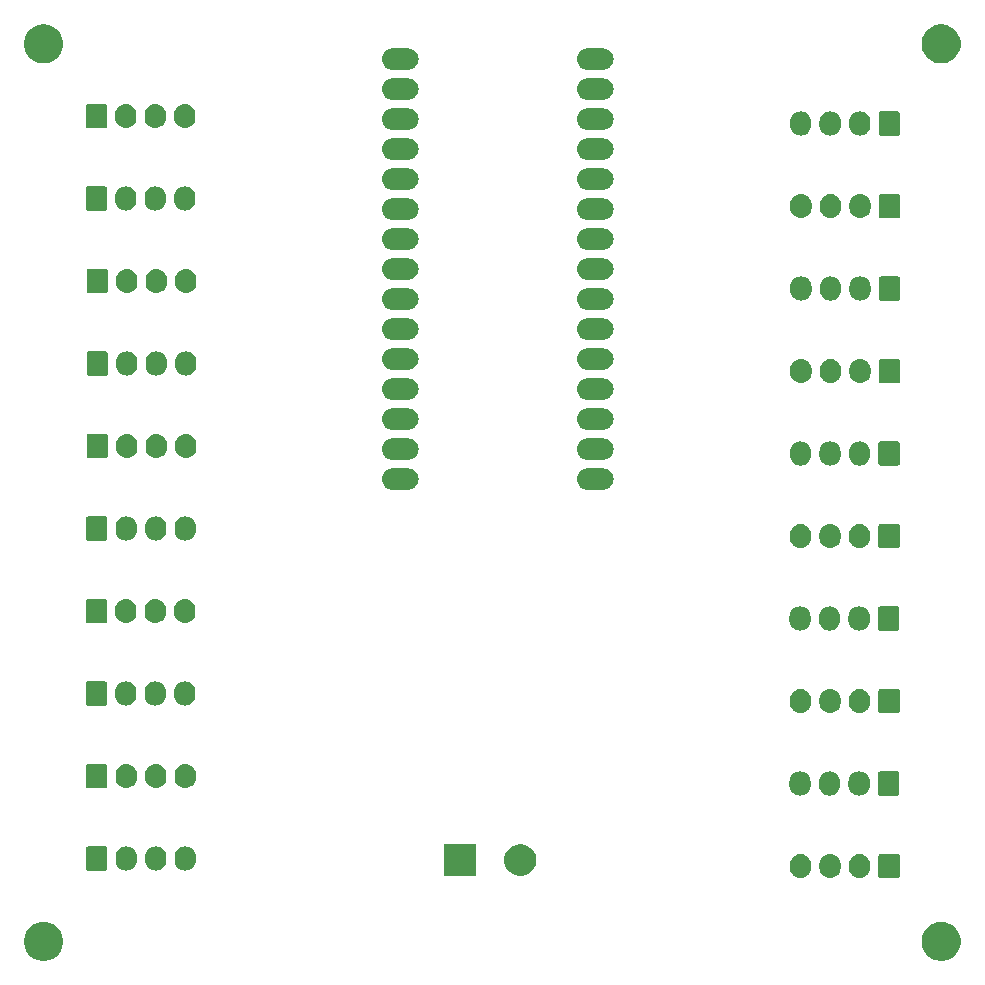
<source format=gts>
G04 #@! TF.GenerationSoftware,KiCad,Pcbnew,(5.1.5)-3*
G04 #@! TF.CreationDate,2020-01-24T13:47:52-08:00*
G04 #@! TF.ProjectId,siplace_feeder_controller,7369706c-6163-4655-9f66-65656465725f,rev?*
G04 #@! TF.SameCoordinates,Original*
G04 #@! TF.FileFunction,Soldermask,Top*
G04 #@! TF.FilePolarity,Negative*
%FSLAX46Y46*%
G04 Gerber Fmt 4.6, Leading zero omitted, Abs format (unit mm)*
G04 Created by KiCad (PCBNEW (5.1.5)-3) date 2020-01-24 13:47:52*
%MOMM*%
%LPD*%
G04 APERTURE LIST*
%ADD10C,0.100000*%
G04 APERTURE END LIST*
D10*
G36*
X145875256Y-138891298D02*
G01*
X145981579Y-138912447D01*
X146282042Y-139036903D01*
X146552451Y-139217585D01*
X146782415Y-139447549D01*
X146963097Y-139717958D01*
X147087553Y-140018421D01*
X147151000Y-140337391D01*
X147151000Y-140662609D01*
X147087553Y-140981579D01*
X146963097Y-141282042D01*
X146782415Y-141552451D01*
X146552451Y-141782415D01*
X146282042Y-141963097D01*
X145981579Y-142087553D01*
X145875256Y-142108702D01*
X145662611Y-142151000D01*
X145337389Y-142151000D01*
X145124744Y-142108702D01*
X145018421Y-142087553D01*
X144717958Y-141963097D01*
X144447549Y-141782415D01*
X144217585Y-141552451D01*
X144036903Y-141282042D01*
X143912447Y-140981579D01*
X143849000Y-140662609D01*
X143849000Y-140337391D01*
X143912447Y-140018421D01*
X144036903Y-139717958D01*
X144217585Y-139447549D01*
X144447549Y-139217585D01*
X144717958Y-139036903D01*
X145018421Y-138912447D01*
X145124744Y-138891298D01*
X145337389Y-138849000D01*
X145662611Y-138849000D01*
X145875256Y-138891298D01*
G37*
G36*
X69875256Y-138891298D02*
G01*
X69981579Y-138912447D01*
X70282042Y-139036903D01*
X70552451Y-139217585D01*
X70782415Y-139447549D01*
X70963097Y-139717958D01*
X71087553Y-140018421D01*
X71151000Y-140337391D01*
X71151000Y-140662609D01*
X71087553Y-140981579D01*
X70963097Y-141282042D01*
X70782415Y-141552451D01*
X70552451Y-141782415D01*
X70282042Y-141963097D01*
X69981579Y-142087553D01*
X69875256Y-142108702D01*
X69662611Y-142151000D01*
X69337389Y-142151000D01*
X69124744Y-142108702D01*
X69018421Y-142087553D01*
X68717958Y-141963097D01*
X68447549Y-141782415D01*
X68217585Y-141552451D01*
X68036903Y-141282042D01*
X67912447Y-140981579D01*
X67849000Y-140662609D01*
X67849000Y-140337391D01*
X67912447Y-140018421D01*
X68036903Y-139717958D01*
X68217585Y-139447549D01*
X68447549Y-139217585D01*
X68717958Y-139036903D01*
X69018421Y-138912447D01*
X69124744Y-138891298D01*
X69337389Y-138849000D01*
X69662611Y-138849000D01*
X69875256Y-138891298D01*
G37*
G36*
X136263627Y-133099037D02*
G01*
X136433466Y-133150557D01*
X136589991Y-133234222D01*
X136625729Y-133263552D01*
X136727186Y-133346814D01*
X136810448Y-133448271D01*
X136839778Y-133484009D01*
X136923443Y-133640534D01*
X136974963Y-133810374D01*
X136988000Y-133942743D01*
X136988000Y-134281258D01*
X136974963Y-134413627D01*
X136923443Y-134583466D01*
X136839778Y-134739991D01*
X136810448Y-134775729D01*
X136727186Y-134877186D01*
X136589989Y-134989779D01*
X136433467Y-135073442D01*
X136433465Y-135073443D01*
X136263626Y-135124963D01*
X136087000Y-135142359D01*
X135910373Y-135124963D01*
X135740534Y-135073443D01*
X135584009Y-134989778D01*
X135541632Y-134955000D01*
X135446814Y-134877186D01*
X135334221Y-134739989D01*
X135250558Y-134583467D01*
X135227471Y-134507359D01*
X135199037Y-134413626D01*
X135186000Y-134281257D01*
X135186000Y-133942742D01*
X135199037Y-133810373D01*
X135250557Y-133640534D01*
X135334222Y-133484009D01*
X135446815Y-133346815D01*
X135584010Y-133234222D01*
X135740535Y-133150557D01*
X135910374Y-133099037D01*
X136087000Y-133081641D01*
X136263627Y-133099037D01*
G37*
G36*
X133763627Y-133099037D02*
G01*
X133933466Y-133150557D01*
X134089991Y-133234222D01*
X134125729Y-133263552D01*
X134227186Y-133346814D01*
X134310448Y-133448271D01*
X134339778Y-133484009D01*
X134423443Y-133640534D01*
X134474963Y-133810374D01*
X134488000Y-133942743D01*
X134488000Y-134281258D01*
X134474963Y-134413627D01*
X134423443Y-134583466D01*
X134339778Y-134739991D01*
X134310448Y-134775729D01*
X134227186Y-134877186D01*
X134089989Y-134989779D01*
X133933467Y-135073442D01*
X133933465Y-135073443D01*
X133763626Y-135124963D01*
X133587000Y-135142359D01*
X133410373Y-135124963D01*
X133240534Y-135073443D01*
X133084009Y-134989778D01*
X133041632Y-134955000D01*
X132946814Y-134877186D01*
X132834221Y-134739989D01*
X132750558Y-134583467D01*
X132727471Y-134507359D01*
X132699037Y-134413626D01*
X132686000Y-134281257D01*
X132686000Y-133942742D01*
X132699037Y-133810373D01*
X132750557Y-133640534D01*
X132834222Y-133484009D01*
X132946815Y-133346815D01*
X133084010Y-133234222D01*
X133240535Y-133150557D01*
X133410374Y-133099037D01*
X133587000Y-133081641D01*
X133763627Y-133099037D01*
G37*
G36*
X138763627Y-133099037D02*
G01*
X138933466Y-133150557D01*
X139089991Y-133234222D01*
X139125729Y-133263552D01*
X139227186Y-133346814D01*
X139310448Y-133448271D01*
X139339778Y-133484009D01*
X139423443Y-133640534D01*
X139474963Y-133810374D01*
X139488000Y-133942743D01*
X139488000Y-134281258D01*
X139474963Y-134413627D01*
X139423443Y-134583466D01*
X139339778Y-134739991D01*
X139310448Y-134775729D01*
X139227186Y-134877186D01*
X139089989Y-134989779D01*
X138933467Y-135073442D01*
X138933465Y-135073443D01*
X138763626Y-135124963D01*
X138587000Y-135142359D01*
X138410373Y-135124963D01*
X138240534Y-135073443D01*
X138084009Y-134989778D01*
X138041632Y-134955000D01*
X137946814Y-134877186D01*
X137834221Y-134739989D01*
X137750558Y-134583467D01*
X137727471Y-134507359D01*
X137699037Y-134413626D01*
X137686000Y-134281257D01*
X137686000Y-133942742D01*
X137699037Y-133810373D01*
X137750557Y-133640534D01*
X137834222Y-133484009D01*
X137946815Y-133346815D01*
X138084010Y-133234222D01*
X138240535Y-133150557D01*
X138410374Y-133099037D01*
X138587000Y-133081641D01*
X138763627Y-133099037D01*
G37*
G36*
X141845600Y-133089989D02*
G01*
X141878652Y-133100015D01*
X141909103Y-133116292D01*
X141935799Y-133138201D01*
X141957708Y-133164897D01*
X141973985Y-133195348D01*
X141984011Y-133228400D01*
X141988000Y-133268903D01*
X141988000Y-134955097D01*
X141984011Y-134995600D01*
X141973985Y-135028652D01*
X141957708Y-135059103D01*
X141935799Y-135085799D01*
X141909103Y-135107708D01*
X141878652Y-135123985D01*
X141845600Y-135134011D01*
X141805097Y-135138000D01*
X140368903Y-135138000D01*
X140328400Y-135134011D01*
X140295348Y-135123985D01*
X140264897Y-135107708D01*
X140238201Y-135085799D01*
X140216292Y-135059103D01*
X140200015Y-135028652D01*
X140189989Y-134995600D01*
X140186000Y-134955097D01*
X140186000Y-133268903D01*
X140189989Y-133228400D01*
X140200015Y-133195348D01*
X140216292Y-133164897D01*
X140238201Y-133138201D01*
X140264897Y-133116292D01*
X140295348Y-133100015D01*
X140328400Y-133089989D01*
X140368903Y-133086000D01*
X141805097Y-133086000D01*
X141845600Y-133089989D01*
G37*
G36*
X106126000Y-134955000D02*
G01*
X103424000Y-134955000D01*
X103424000Y-132253000D01*
X106126000Y-132253000D01*
X106126000Y-134955000D01*
G37*
G36*
X110249072Y-132304918D02*
G01*
X110494939Y-132406759D01*
X110554626Y-132446641D01*
X110716211Y-132554609D01*
X110904391Y-132742789D01*
X111052242Y-132964063D01*
X111154082Y-133209928D01*
X111206000Y-133470937D01*
X111206000Y-133737063D01*
X111191417Y-133810375D01*
X111154082Y-133998072D01*
X111052241Y-134243939D01*
X111021665Y-134289699D01*
X110908983Y-134458339D01*
X110904390Y-134465212D01*
X110716212Y-134653390D01*
X110494939Y-134801241D01*
X110494938Y-134801242D01*
X110494937Y-134801242D01*
X110249072Y-134903082D01*
X109988063Y-134955000D01*
X109721937Y-134955000D01*
X109460928Y-134903082D01*
X109215063Y-134801242D01*
X109215062Y-134801242D01*
X109215061Y-134801241D01*
X108993788Y-134653390D01*
X108805610Y-134465212D01*
X108801018Y-134458339D01*
X108688335Y-134289699D01*
X108657759Y-134243939D01*
X108555918Y-133998072D01*
X108518583Y-133810375D01*
X108504000Y-133737063D01*
X108504000Y-133470937D01*
X108555918Y-133209928D01*
X108657758Y-132964063D01*
X108805609Y-132742789D01*
X108993789Y-132554609D01*
X109155374Y-132446641D01*
X109215061Y-132406759D01*
X109460928Y-132304918D01*
X109721937Y-132253000D01*
X109988063Y-132253000D01*
X110249072Y-132304918D01*
G37*
G36*
X81678626Y-132464037D02*
G01*
X81848465Y-132515557D01*
X81848467Y-132515558D01*
X82004989Y-132599221D01*
X82142186Y-132711814D01*
X82225448Y-132813271D01*
X82254778Y-132849009D01*
X82338443Y-133005534D01*
X82389963Y-133175373D01*
X82403000Y-133307742D01*
X82403000Y-133646257D01*
X82389963Y-133778626D01*
X82338443Y-133948466D01*
X82254778Y-134104991D01*
X82225448Y-134140729D01*
X82142186Y-134242186D01*
X82047250Y-134320097D01*
X82004991Y-134354778D01*
X81848466Y-134438443D01*
X81678627Y-134489963D01*
X81502000Y-134507359D01*
X81325374Y-134489963D01*
X81155535Y-134438443D01*
X80999010Y-134354778D01*
X80861815Y-134242185D01*
X80749222Y-134104991D01*
X80665557Y-133948466D01*
X80614037Y-133778627D01*
X80601000Y-133646258D01*
X80601000Y-133307743D01*
X80614037Y-133175374D01*
X80665557Y-133005535D01*
X80749222Y-132849010D01*
X80749223Y-132849009D01*
X80861814Y-132711814D01*
X80963271Y-132628552D01*
X80999009Y-132599222D01*
X81155534Y-132515557D01*
X81325373Y-132464037D01*
X81502000Y-132446641D01*
X81678626Y-132464037D01*
G37*
G36*
X76678626Y-132464037D02*
G01*
X76848465Y-132515557D01*
X76848467Y-132515558D01*
X77004989Y-132599221D01*
X77142186Y-132711814D01*
X77225448Y-132813271D01*
X77254778Y-132849009D01*
X77338443Y-133005534D01*
X77389963Y-133175373D01*
X77403000Y-133307742D01*
X77403000Y-133646257D01*
X77389963Y-133778626D01*
X77338443Y-133948466D01*
X77254778Y-134104991D01*
X77225448Y-134140729D01*
X77142186Y-134242186D01*
X77047250Y-134320097D01*
X77004991Y-134354778D01*
X76848466Y-134438443D01*
X76678627Y-134489963D01*
X76502000Y-134507359D01*
X76325374Y-134489963D01*
X76155535Y-134438443D01*
X75999010Y-134354778D01*
X75861815Y-134242185D01*
X75749222Y-134104991D01*
X75665557Y-133948466D01*
X75614037Y-133778627D01*
X75601000Y-133646258D01*
X75601000Y-133307743D01*
X75614037Y-133175374D01*
X75665557Y-133005535D01*
X75749222Y-132849010D01*
X75749223Y-132849009D01*
X75861814Y-132711814D01*
X75963271Y-132628552D01*
X75999009Y-132599222D01*
X76155534Y-132515557D01*
X76325373Y-132464037D01*
X76502000Y-132446641D01*
X76678626Y-132464037D01*
G37*
G36*
X79178626Y-132464037D02*
G01*
X79348465Y-132515557D01*
X79348467Y-132515558D01*
X79504989Y-132599221D01*
X79642186Y-132711814D01*
X79725448Y-132813271D01*
X79754778Y-132849009D01*
X79838443Y-133005534D01*
X79889963Y-133175373D01*
X79903000Y-133307742D01*
X79903000Y-133646257D01*
X79889963Y-133778626D01*
X79838443Y-133948466D01*
X79754778Y-134104991D01*
X79725448Y-134140729D01*
X79642186Y-134242186D01*
X79547250Y-134320097D01*
X79504991Y-134354778D01*
X79348466Y-134438443D01*
X79178627Y-134489963D01*
X79002000Y-134507359D01*
X78825374Y-134489963D01*
X78655535Y-134438443D01*
X78499010Y-134354778D01*
X78361815Y-134242185D01*
X78249222Y-134104991D01*
X78165557Y-133948466D01*
X78114037Y-133778627D01*
X78101000Y-133646258D01*
X78101000Y-133307743D01*
X78114037Y-133175374D01*
X78165557Y-133005535D01*
X78249222Y-132849010D01*
X78249223Y-132849009D01*
X78361814Y-132711814D01*
X78463271Y-132628552D01*
X78499009Y-132599222D01*
X78655534Y-132515557D01*
X78825373Y-132464037D01*
X79002000Y-132446641D01*
X79178626Y-132464037D01*
G37*
G36*
X74760600Y-132454989D02*
G01*
X74793652Y-132465015D01*
X74824103Y-132481292D01*
X74850799Y-132503201D01*
X74872708Y-132529897D01*
X74888985Y-132560348D01*
X74899011Y-132593400D01*
X74903000Y-132633903D01*
X74903000Y-134320097D01*
X74899011Y-134360600D01*
X74888985Y-134393652D01*
X74872708Y-134424103D01*
X74850799Y-134450799D01*
X74824103Y-134472708D01*
X74793652Y-134488985D01*
X74760600Y-134499011D01*
X74720097Y-134503000D01*
X73283903Y-134503000D01*
X73243400Y-134499011D01*
X73210348Y-134488985D01*
X73179897Y-134472708D01*
X73153201Y-134450799D01*
X73131292Y-134424103D01*
X73115015Y-134393652D01*
X73104989Y-134360600D01*
X73101000Y-134320097D01*
X73101000Y-132633903D01*
X73104989Y-132593400D01*
X73115015Y-132560348D01*
X73131292Y-132529897D01*
X73153201Y-132503201D01*
X73179897Y-132481292D01*
X73210348Y-132465015D01*
X73243400Y-132454989D01*
X73283903Y-132451000D01*
X74720097Y-132451000D01*
X74760600Y-132454989D01*
G37*
G36*
X136223627Y-126114037D02*
G01*
X136393466Y-126165557D01*
X136549991Y-126249222D01*
X136585729Y-126278552D01*
X136687186Y-126361814D01*
X136770448Y-126463271D01*
X136799778Y-126499009D01*
X136883443Y-126655534D01*
X136934963Y-126825374D01*
X136948000Y-126957743D01*
X136948000Y-127296258D01*
X136934963Y-127428627D01*
X136883443Y-127598466D01*
X136799778Y-127754991D01*
X136770448Y-127790729D01*
X136687186Y-127892186D01*
X136549989Y-128004779D01*
X136393467Y-128088442D01*
X136393465Y-128088443D01*
X136223626Y-128139963D01*
X136047000Y-128157359D01*
X135870373Y-128139963D01*
X135700534Y-128088443D01*
X135544009Y-128004778D01*
X135501750Y-127970097D01*
X135406814Y-127892186D01*
X135294221Y-127754989D01*
X135210558Y-127598467D01*
X135187471Y-127522359D01*
X135159037Y-127428626D01*
X135146000Y-127296257D01*
X135146000Y-126957742D01*
X135159037Y-126825373D01*
X135210557Y-126655534D01*
X135294222Y-126499009D01*
X135406815Y-126361815D01*
X135544010Y-126249222D01*
X135700535Y-126165557D01*
X135870374Y-126114037D01*
X136047000Y-126096641D01*
X136223627Y-126114037D01*
G37*
G36*
X133723627Y-126114037D02*
G01*
X133893466Y-126165557D01*
X134049991Y-126249222D01*
X134085729Y-126278552D01*
X134187186Y-126361814D01*
X134270448Y-126463271D01*
X134299778Y-126499009D01*
X134383443Y-126655534D01*
X134434963Y-126825374D01*
X134448000Y-126957743D01*
X134448000Y-127296258D01*
X134434963Y-127428627D01*
X134383443Y-127598466D01*
X134299778Y-127754991D01*
X134270448Y-127790729D01*
X134187186Y-127892186D01*
X134049989Y-128004779D01*
X133893467Y-128088442D01*
X133893465Y-128088443D01*
X133723626Y-128139963D01*
X133547000Y-128157359D01*
X133370373Y-128139963D01*
X133200534Y-128088443D01*
X133044009Y-128004778D01*
X133001750Y-127970097D01*
X132906814Y-127892186D01*
X132794221Y-127754989D01*
X132710558Y-127598467D01*
X132687471Y-127522359D01*
X132659037Y-127428626D01*
X132646000Y-127296257D01*
X132646000Y-126957742D01*
X132659037Y-126825373D01*
X132710557Y-126655534D01*
X132794222Y-126499009D01*
X132906815Y-126361815D01*
X133044010Y-126249222D01*
X133200535Y-126165557D01*
X133370374Y-126114037D01*
X133547000Y-126096641D01*
X133723627Y-126114037D01*
G37*
G36*
X138723627Y-126114037D02*
G01*
X138893466Y-126165557D01*
X139049991Y-126249222D01*
X139085729Y-126278552D01*
X139187186Y-126361814D01*
X139270448Y-126463271D01*
X139299778Y-126499009D01*
X139383443Y-126655534D01*
X139434963Y-126825374D01*
X139448000Y-126957743D01*
X139448000Y-127296258D01*
X139434963Y-127428627D01*
X139383443Y-127598466D01*
X139299778Y-127754991D01*
X139270448Y-127790729D01*
X139187186Y-127892186D01*
X139049989Y-128004779D01*
X138893467Y-128088442D01*
X138893465Y-128088443D01*
X138723626Y-128139963D01*
X138547000Y-128157359D01*
X138370373Y-128139963D01*
X138200534Y-128088443D01*
X138044009Y-128004778D01*
X138001750Y-127970097D01*
X137906814Y-127892186D01*
X137794221Y-127754989D01*
X137710558Y-127598467D01*
X137687471Y-127522359D01*
X137659037Y-127428626D01*
X137646000Y-127296257D01*
X137646000Y-126957742D01*
X137659037Y-126825373D01*
X137710557Y-126655534D01*
X137794222Y-126499009D01*
X137906815Y-126361815D01*
X138044010Y-126249222D01*
X138200535Y-126165557D01*
X138370374Y-126114037D01*
X138547000Y-126096641D01*
X138723627Y-126114037D01*
G37*
G36*
X141805600Y-126104989D02*
G01*
X141838652Y-126115015D01*
X141869103Y-126131292D01*
X141895799Y-126153201D01*
X141917708Y-126179897D01*
X141933985Y-126210348D01*
X141944011Y-126243400D01*
X141948000Y-126283903D01*
X141948000Y-127970097D01*
X141944011Y-128010600D01*
X141933985Y-128043652D01*
X141917708Y-128074103D01*
X141895799Y-128100799D01*
X141869103Y-128122708D01*
X141838652Y-128138985D01*
X141805600Y-128149011D01*
X141765097Y-128153000D01*
X140328903Y-128153000D01*
X140288400Y-128149011D01*
X140255348Y-128138985D01*
X140224897Y-128122708D01*
X140198201Y-128100799D01*
X140176292Y-128074103D01*
X140160015Y-128043652D01*
X140149989Y-128010600D01*
X140146000Y-127970097D01*
X140146000Y-126283903D01*
X140149989Y-126243400D01*
X140160015Y-126210348D01*
X140176292Y-126179897D01*
X140198201Y-126153201D01*
X140224897Y-126131292D01*
X140255348Y-126115015D01*
X140288400Y-126104989D01*
X140328903Y-126101000D01*
X141765097Y-126101000D01*
X141805600Y-126104989D01*
G37*
G36*
X76678626Y-125479037D02*
G01*
X76848465Y-125530557D01*
X76848467Y-125530558D01*
X77004989Y-125614221D01*
X77142186Y-125726814D01*
X77225448Y-125828271D01*
X77254778Y-125864009D01*
X77338443Y-126020534D01*
X77389963Y-126190373D01*
X77403000Y-126322742D01*
X77403000Y-126661257D01*
X77389963Y-126793626D01*
X77338443Y-126963466D01*
X77254778Y-127119991D01*
X77225448Y-127155729D01*
X77142186Y-127257186D01*
X77047250Y-127335097D01*
X77004991Y-127369778D01*
X76848466Y-127453443D01*
X76678627Y-127504963D01*
X76502000Y-127522359D01*
X76325374Y-127504963D01*
X76155535Y-127453443D01*
X75999010Y-127369778D01*
X75861815Y-127257185D01*
X75749222Y-127119991D01*
X75665557Y-126963466D01*
X75614037Y-126793627D01*
X75601000Y-126661258D01*
X75601000Y-126322743D01*
X75614037Y-126190374D01*
X75665557Y-126020535D01*
X75749222Y-125864010D01*
X75749223Y-125864009D01*
X75861814Y-125726814D01*
X75963271Y-125643552D01*
X75999009Y-125614222D01*
X76155534Y-125530557D01*
X76325373Y-125479037D01*
X76502000Y-125461641D01*
X76678626Y-125479037D01*
G37*
G36*
X81678626Y-125479037D02*
G01*
X81848465Y-125530557D01*
X81848467Y-125530558D01*
X82004989Y-125614221D01*
X82142186Y-125726814D01*
X82225448Y-125828271D01*
X82254778Y-125864009D01*
X82338443Y-126020534D01*
X82389963Y-126190373D01*
X82403000Y-126322742D01*
X82403000Y-126661257D01*
X82389963Y-126793626D01*
X82338443Y-126963466D01*
X82254778Y-127119991D01*
X82225448Y-127155729D01*
X82142186Y-127257186D01*
X82047250Y-127335097D01*
X82004991Y-127369778D01*
X81848466Y-127453443D01*
X81678627Y-127504963D01*
X81502000Y-127522359D01*
X81325374Y-127504963D01*
X81155535Y-127453443D01*
X80999010Y-127369778D01*
X80861815Y-127257185D01*
X80749222Y-127119991D01*
X80665557Y-126963466D01*
X80614037Y-126793627D01*
X80601000Y-126661258D01*
X80601000Y-126322743D01*
X80614037Y-126190374D01*
X80665557Y-126020535D01*
X80749222Y-125864010D01*
X80749223Y-125864009D01*
X80861814Y-125726814D01*
X80963271Y-125643552D01*
X80999009Y-125614222D01*
X81155534Y-125530557D01*
X81325373Y-125479037D01*
X81502000Y-125461641D01*
X81678626Y-125479037D01*
G37*
G36*
X79178626Y-125479037D02*
G01*
X79348465Y-125530557D01*
X79348467Y-125530558D01*
X79504989Y-125614221D01*
X79642186Y-125726814D01*
X79725448Y-125828271D01*
X79754778Y-125864009D01*
X79838443Y-126020534D01*
X79889963Y-126190373D01*
X79903000Y-126322742D01*
X79903000Y-126661257D01*
X79889963Y-126793626D01*
X79838443Y-126963466D01*
X79754778Y-127119991D01*
X79725448Y-127155729D01*
X79642186Y-127257186D01*
X79547250Y-127335097D01*
X79504991Y-127369778D01*
X79348466Y-127453443D01*
X79178627Y-127504963D01*
X79002000Y-127522359D01*
X78825374Y-127504963D01*
X78655535Y-127453443D01*
X78499010Y-127369778D01*
X78361815Y-127257185D01*
X78249222Y-127119991D01*
X78165557Y-126963466D01*
X78114037Y-126793627D01*
X78101000Y-126661258D01*
X78101000Y-126322743D01*
X78114037Y-126190374D01*
X78165557Y-126020535D01*
X78249222Y-125864010D01*
X78249223Y-125864009D01*
X78361814Y-125726814D01*
X78463271Y-125643552D01*
X78499009Y-125614222D01*
X78655534Y-125530557D01*
X78825373Y-125479037D01*
X79002000Y-125461641D01*
X79178626Y-125479037D01*
G37*
G36*
X74760600Y-125469989D02*
G01*
X74793652Y-125480015D01*
X74824103Y-125496292D01*
X74850799Y-125518201D01*
X74872708Y-125544897D01*
X74888985Y-125575348D01*
X74899011Y-125608400D01*
X74903000Y-125648903D01*
X74903000Y-127335097D01*
X74899011Y-127375600D01*
X74888985Y-127408652D01*
X74872708Y-127439103D01*
X74850799Y-127465799D01*
X74824103Y-127487708D01*
X74793652Y-127503985D01*
X74760600Y-127514011D01*
X74720097Y-127518000D01*
X73283903Y-127518000D01*
X73243400Y-127514011D01*
X73210348Y-127503985D01*
X73179897Y-127487708D01*
X73153201Y-127465799D01*
X73131292Y-127439103D01*
X73115015Y-127408652D01*
X73104989Y-127375600D01*
X73101000Y-127335097D01*
X73101000Y-125648903D01*
X73104989Y-125608400D01*
X73115015Y-125575348D01*
X73131292Y-125544897D01*
X73153201Y-125518201D01*
X73179897Y-125496292D01*
X73210348Y-125480015D01*
X73243400Y-125469989D01*
X73283903Y-125466000D01*
X74720097Y-125466000D01*
X74760600Y-125469989D01*
G37*
G36*
X138763627Y-119129037D02*
G01*
X138933466Y-119180557D01*
X139089991Y-119264222D01*
X139125729Y-119293552D01*
X139227186Y-119376814D01*
X139310448Y-119478271D01*
X139339778Y-119514009D01*
X139423443Y-119670534D01*
X139474963Y-119840374D01*
X139488000Y-119972743D01*
X139488000Y-120311258D01*
X139474963Y-120443627D01*
X139423443Y-120613466D01*
X139339778Y-120769991D01*
X139310448Y-120805729D01*
X139227186Y-120907186D01*
X139089989Y-121019779D01*
X138933467Y-121103442D01*
X138933465Y-121103443D01*
X138763626Y-121154963D01*
X138587000Y-121172359D01*
X138410373Y-121154963D01*
X138240534Y-121103443D01*
X138084009Y-121019778D01*
X138041750Y-120985097D01*
X137946814Y-120907186D01*
X137834221Y-120769989D01*
X137750558Y-120613467D01*
X137727471Y-120537359D01*
X137699037Y-120443626D01*
X137686000Y-120311257D01*
X137686000Y-119972742D01*
X137699037Y-119840373D01*
X137750557Y-119670534D01*
X137834222Y-119514009D01*
X137946815Y-119376815D01*
X138084010Y-119264222D01*
X138240535Y-119180557D01*
X138410374Y-119129037D01*
X138587000Y-119111641D01*
X138763627Y-119129037D01*
G37*
G36*
X133763627Y-119129037D02*
G01*
X133933466Y-119180557D01*
X134089991Y-119264222D01*
X134125729Y-119293552D01*
X134227186Y-119376814D01*
X134310448Y-119478271D01*
X134339778Y-119514009D01*
X134423443Y-119670534D01*
X134474963Y-119840374D01*
X134488000Y-119972743D01*
X134488000Y-120311258D01*
X134474963Y-120443627D01*
X134423443Y-120613466D01*
X134339778Y-120769991D01*
X134310448Y-120805729D01*
X134227186Y-120907186D01*
X134089989Y-121019779D01*
X133933467Y-121103442D01*
X133933465Y-121103443D01*
X133763626Y-121154963D01*
X133587000Y-121172359D01*
X133410373Y-121154963D01*
X133240534Y-121103443D01*
X133084009Y-121019778D01*
X133041750Y-120985097D01*
X132946814Y-120907186D01*
X132834221Y-120769989D01*
X132750558Y-120613467D01*
X132727471Y-120537359D01*
X132699037Y-120443626D01*
X132686000Y-120311257D01*
X132686000Y-119972742D01*
X132699037Y-119840373D01*
X132750557Y-119670534D01*
X132834222Y-119514009D01*
X132946815Y-119376815D01*
X133084010Y-119264222D01*
X133240535Y-119180557D01*
X133410374Y-119129037D01*
X133587000Y-119111641D01*
X133763627Y-119129037D01*
G37*
G36*
X136263627Y-119129037D02*
G01*
X136433466Y-119180557D01*
X136589991Y-119264222D01*
X136625729Y-119293552D01*
X136727186Y-119376814D01*
X136810448Y-119478271D01*
X136839778Y-119514009D01*
X136923443Y-119670534D01*
X136974963Y-119840374D01*
X136988000Y-119972743D01*
X136988000Y-120311258D01*
X136974963Y-120443627D01*
X136923443Y-120613466D01*
X136839778Y-120769991D01*
X136810448Y-120805729D01*
X136727186Y-120907186D01*
X136589989Y-121019779D01*
X136433467Y-121103442D01*
X136433465Y-121103443D01*
X136263626Y-121154963D01*
X136087000Y-121172359D01*
X135910373Y-121154963D01*
X135740534Y-121103443D01*
X135584009Y-121019778D01*
X135541750Y-120985097D01*
X135446814Y-120907186D01*
X135334221Y-120769989D01*
X135250558Y-120613467D01*
X135227471Y-120537359D01*
X135199037Y-120443626D01*
X135186000Y-120311257D01*
X135186000Y-119972742D01*
X135199037Y-119840373D01*
X135250557Y-119670534D01*
X135334222Y-119514009D01*
X135446815Y-119376815D01*
X135584010Y-119264222D01*
X135740535Y-119180557D01*
X135910374Y-119129037D01*
X136087000Y-119111641D01*
X136263627Y-119129037D01*
G37*
G36*
X141845600Y-119119989D02*
G01*
X141878652Y-119130015D01*
X141909103Y-119146292D01*
X141935799Y-119168201D01*
X141957708Y-119194897D01*
X141973985Y-119225348D01*
X141984011Y-119258400D01*
X141988000Y-119298903D01*
X141988000Y-120985097D01*
X141984011Y-121025600D01*
X141973985Y-121058652D01*
X141957708Y-121089103D01*
X141935799Y-121115799D01*
X141909103Y-121137708D01*
X141878652Y-121153985D01*
X141845600Y-121164011D01*
X141805097Y-121168000D01*
X140368903Y-121168000D01*
X140328400Y-121164011D01*
X140295348Y-121153985D01*
X140264897Y-121137708D01*
X140238201Y-121115799D01*
X140216292Y-121089103D01*
X140200015Y-121058652D01*
X140189989Y-121025600D01*
X140186000Y-120985097D01*
X140186000Y-119298903D01*
X140189989Y-119258400D01*
X140200015Y-119225348D01*
X140216292Y-119194897D01*
X140238201Y-119168201D01*
X140264897Y-119146292D01*
X140295348Y-119130015D01*
X140328400Y-119119989D01*
X140368903Y-119116000D01*
X141805097Y-119116000D01*
X141845600Y-119119989D01*
G37*
G36*
X81638626Y-118494037D02*
G01*
X81808465Y-118545557D01*
X81808467Y-118545558D01*
X81964989Y-118629221D01*
X82102186Y-118741814D01*
X82185448Y-118843271D01*
X82214778Y-118879009D01*
X82298443Y-119035534D01*
X82349963Y-119205373D01*
X82363000Y-119337742D01*
X82363000Y-119676257D01*
X82349963Y-119808626D01*
X82298443Y-119978466D01*
X82214778Y-120134991D01*
X82185448Y-120170729D01*
X82102186Y-120272186D01*
X82007250Y-120350097D01*
X81964991Y-120384778D01*
X81808466Y-120468443D01*
X81638627Y-120519963D01*
X81462000Y-120537359D01*
X81285374Y-120519963D01*
X81115535Y-120468443D01*
X80959010Y-120384778D01*
X80821815Y-120272185D01*
X80709222Y-120134991D01*
X80625557Y-119978466D01*
X80574037Y-119808627D01*
X80561000Y-119676258D01*
X80561000Y-119337743D01*
X80574037Y-119205374D01*
X80625557Y-119035535D01*
X80709222Y-118879010D01*
X80709223Y-118879009D01*
X80821814Y-118741814D01*
X80923271Y-118658552D01*
X80959009Y-118629222D01*
X81115534Y-118545557D01*
X81285373Y-118494037D01*
X81462000Y-118476641D01*
X81638626Y-118494037D01*
G37*
G36*
X79138626Y-118494037D02*
G01*
X79308465Y-118545557D01*
X79308467Y-118545558D01*
X79464989Y-118629221D01*
X79602186Y-118741814D01*
X79685448Y-118843271D01*
X79714778Y-118879009D01*
X79798443Y-119035534D01*
X79849963Y-119205373D01*
X79863000Y-119337742D01*
X79863000Y-119676257D01*
X79849963Y-119808626D01*
X79798443Y-119978466D01*
X79714778Y-120134991D01*
X79685448Y-120170729D01*
X79602186Y-120272186D01*
X79507250Y-120350097D01*
X79464991Y-120384778D01*
X79308466Y-120468443D01*
X79138627Y-120519963D01*
X78962000Y-120537359D01*
X78785374Y-120519963D01*
X78615535Y-120468443D01*
X78459010Y-120384778D01*
X78321815Y-120272185D01*
X78209222Y-120134991D01*
X78125557Y-119978466D01*
X78074037Y-119808627D01*
X78061000Y-119676258D01*
X78061000Y-119337743D01*
X78074037Y-119205374D01*
X78125557Y-119035535D01*
X78209222Y-118879010D01*
X78209223Y-118879009D01*
X78321814Y-118741814D01*
X78423271Y-118658552D01*
X78459009Y-118629222D01*
X78615534Y-118545557D01*
X78785373Y-118494037D01*
X78962000Y-118476641D01*
X79138626Y-118494037D01*
G37*
G36*
X76638626Y-118494037D02*
G01*
X76808465Y-118545557D01*
X76808467Y-118545558D01*
X76964989Y-118629221D01*
X77102186Y-118741814D01*
X77185448Y-118843271D01*
X77214778Y-118879009D01*
X77298443Y-119035534D01*
X77349963Y-119205373D01*
X77363000Y-119337742D01*
X77363000Y-119676257D01*
X77349963Y-119808626D01*
X77298443Y-119978466D01*
X77214778Y-120134991D01*
X77185448Y-120170729D01*
X77102186Y-120272186D01*
X77007250Y-120350097D01*
X76964991Y-120384778D01*
X76808466Y-120468443D01*
X76638627Y-120519963D01*
X76462000Y-120537359D01*
X76285374Y-120519963D01*
X76115535Y-120468443D01*
X75959010Y-120384778D01*
X75821815Y-120272185D01*
X75709222Y-120134991D01*
X75625557Y-119978466D01*
X75574037Y-119808627D01*
X75561000Y-119676258D01*
X75561000Y-119337743D01*
X75574037Y-119205374D01*
X75625557Y-119035535D01*
X75709222Y-118879010D01*
X75709223Y-118879009D01*
X75821814Y-118741814D01*
X75923271Y-118658552D01*
X75959009Y-118629222D01*
X76115534Y-118545557D01*
X76285373Y-118494037D01*
X76462000Y-118476641D01*
X76638626Y-118494037D01*
G37*
G36*
X74720600Y-118484989D02*
G01*
X74753652Y-118495015D01*
X74784103Y-118511292D01*
X74810799Y-118533201D01*
X74832708Y-118559897D01*
X74848985Y-118590348D01*
X74859011Y-118623400D01*
X74863000Y-118663903D01*
X74863000Y-120350097D01*
X74859011Y-120390600D01*
X74848985Y-120423652D01*
X74832708Y-120454103D01*
X74810799Y-120480799D01*
X74784103Y-120502708D01*
X74753652Y-120518985D01*
X74720600Y-120529011D01*
X74680097Y-120533000D01*
X73243903Y-120533000D01*
X73203400Y-120529011D01*
X73170348Y-120518985D01*
X73139897Y-120502708D01*
X73113201Y-120480799D01*
X73091292Y-120454103D01*
X73075015Y-120423652D01*
X73064989Y-120390600D01*
X73061000Y-120350097D01*
X73061000Y-118663903D01*
X73064989Y-118623400D01*
X73075015Y-118590348D01*
X73091292Y-118559897D01*
X73113201Y-118533201D01*
X73139897Y-118511292D01*
X73170348Y-118495015D01*
X73203400Y-118484989D01*
X73243903Y-118481000D01*
X74680097Y-118481000D01*
X74720600Y-118484989D01*
G37*
G36*
X133723627Y-112144037D02*
G01*
X133893466Y-112195557D01*
X134049991Y-112279222D01*
X134085729Y-112308552D01*
X134187186Y-112391814D01*
X134270448Y-112493271D01*
X134299778Y-112529009D01*
X134383443Y-112685534D01*
X134434963Y-112855374D01*
X134448000Y-112987743D01*
X134448000Y-113326258D01*
X134434963Y-113458627D01*
X134383443Y-113628466D01*
X134299778Y-113784991D01*
X134270448Y-113820729D01*
X134187186Y-113922186D01*
X134049989Y-114034779D01*
X133893467Y-114118442D01*
X133893465Y-114118443D01*
X133723626Y-114169963D01*
X133547000Y-114187359D01*
X133370373Y-114169963D01*
X133200534Y-114118443D01*
X133044009Y-114034778D01*
X133001750Y-114000097D01*
X132906814Y-113922186D01*
X132794221Y-113784989D01*
X132710558Y-113628467D01*
X132687471Y-113552359D01*
X132659037Y-113458626D01*
X132646000Y-113326257D01*
X132646000Y-112987742D01*
X132659037Y-112855373D01*
X132710557Y-112685534D01*
X132794222Y-112529009D01*
X132906815Y-112391815D01*
X133044010Y-112279222D01*
X133200535Y-112195557D01*
X133370374Y-112144037D01*
X133547000Y-112126641D01*
X133723627Y-112144037D01*
G37*
G36*
X138723627Y-112144037D02*
G01*
X138893466Y-112195557D01*
X139049991Y-112279222D01*
X139085729Y-112308552D01*
X139187186Y-112391814D01*
X139270448Y-112493271D01*
X139299778Y-112529009D01*
X139383443Y-112685534D01*
X139434963Y-112855374D01*
X139448000Y-112987743D01*
X139448000Y-113326258D01*
X139434963Y-113458627D01*
X139383443Y-113628466D01*
X139299778Y-113784991D01*
X139270448Y-113820729D01*
X139187186Y-113922186D01*
X139049989Y-114034779D01*
X138893467Y-114118442D01*
X138893465Y-114118443D01*
X138723626Y-114169963D01*
X138547000Y-114187359D01*
X138370373Y-114169963D01*
X138200534Y-114118443D01*
X138044009Y-114034778D01*
X138001750Y-114000097D01*
X137906814Y-113922186D01*
X137794221Y-113784989D01*
X137710558Y-113628467D01*
X137687471Y-113552359D01*
X137659037Y-113458626D01*
X137646000Y-113326257D01*
X137646000Y-112987742D01*
X137659037Y-112855373D01*
X137710557Y-112685534D01*
X137794222Y-112529009D01*
X137906815Y-112391815D01*
X138044010Y-112279222D01*
X138200535Y-112195557D01*
X138370374Y-112144037D01*
X138547000Y-112126641D01*
X138723627Y-112144037D01*
G37*
G36*
X136223627Y-112144037D02*
G01*
X136393466Y-112195557D01*
X136549991Y-112279222D01*
X136585729Y-112308552D01*
X136687186Y-112391814D01*
X136770448Y-112493271D01*
X136799778Y-112529009D01*
X136883443Y-112685534D01*
X136934963Y-112855374D01*
X136948000Y-112987743D01*
X136948000Y-113326258D01*
X136934963Y-113458627D01*
X136883443Y-113628466D01*
X136799778Y-113784991D01*
X136770448Y-113820729D01*
X136687186Y-113922186D01*
X136549989Y-114034779D01*
X136393467Y-114118442D01*
X136393465Y-114118443D01*
X136223626Y-114169963D01*
X136047000Y-114187359D01*
X135870373Y-114169963D01*
X135700534Y-114118443D01*
X135544009Y-114034778D01*
X135501750Y-114000097D01*
X135406814Y-113922186D01*
X135294221Y-113784989D01*
X135210558Y-113628467D01*
X135187471Y-113552359D01*
X135159037Y-113458626D01*
X135146000Y-113326257D01*
X135146000Y-112987742D01*
X135159037Y-112855373D01*
X135210557Y-112685534D01*
X135294222Y-112529009D01*
X135406815Y-112391815D01*
X135544010Y-112279222D01*
X135700535Y-112195557D01*
X135870374Y-112144037D01*
X136047000Y-112126641D01*
X136223627Y-112144037D01*
G37*
G36*
X141805600Y-112134989D02*
G01*
X141838652Y-112145015D01*
X141869103Y-112161292D01*
X141895799Y-112183201D01*
X141917708Y-112209897D01*
X141933985Y-112240348D01*
X141944011Y-112273400D01*
X141948000Y-112313903D01*
X141948000Y-114000097D01*
X141944011Y-114040600D01*
X141933985Y-114073652D01*
X141917708Y-114104103D01*
X141895799Y-114130799D01*
X141869103Y-114152708D01*
X141838652Y-114168985D01*
X141805600Y-114179011D01*
X141765097Y-114183000D01*
X140328903Y-114183000D01*
X140288400Y-114179011D01*
X140255348Y-114168985D01*
X140224897Y-114152708D01*
X140198201Y-114130799D01*
X140176292Y-114104103D01*
X140160015Y-114073652D01*
X140149989Y-114040600D01*
X140146000Y-114000097D01*
X140146000Y-112313903D01*
X140149989Y-112273400D01*
X140160015Y-112240348D01*
X140176292Y-112209897D01*
X140198201Y-112183201D01*
X140224897Y-112161292D01*
X140255348Y-112145015D01*
X140288400Y-112134989D01*
X140328903Y-112131000D01*
X141765097Y-112131000D01*
X141805600Y-112134989D01*
G37*
G36*
X79138626Y-111509037D02*
G01*
X79308465Y-111560557D01*
X79308467Y-111560558D01*
X79464989Y-111644221D01*
X79602186Y-111756814D01*
X79685448Y-111858271D01*
X79714778Y-111894009D01*
X79798443Y-112050534D01*
X79849963Y-112220373D01*
X79863000Y-112352742D01*
X79863000Y-112691257D01*
X79849963Y-112823626D01*
X79798443Y-112993466D01*
X79714778Y-113149991D01*
X79685448Y-113185729D01*
X79602186Y-113287186D01*
X79507250Y-113365097D01*
X79464991Y-113399778D01*
X79308466Y-113483443D01*
X79138627Y-113534963D01*
X78962000Y-113552359D01*
X78785374Y-113534963D01*
X78615535Y-113483443D01*
X78459010Y-113399778D01*
X78321815Y-113287185D01*
X78209222Y-113149991D01*
X78125557Y-112993466D01*
X78074037Y-112823627D01*
X78061000Y-112691258D01*
X78061000Y-112352743D01*
X78074037Y-112220374D01*
X78125557Y-112050535D01*
X78209222Y-111894010D01*
X78209223Y-111894009D01*
X78321814Y-111756814D01*
X78423271Y-111673552D01*
X78459009Y-111644222D01*
X78615534Y-111560557D01*
X78785373Y-111509037D01*
X78962000Y-111491641D01*
X79138626Y-111509037D01*
G37*
G36*
X76638626Y-111509037D02*
G01*
X76808465Y-111560557D01*
X76808467Y-111560558D01*
X76964989Y-111644221D01*
X77102186Y-111756814D01*
X77185448Y-111858271D01*
X77214778Y-111894009D01*
X77298443Y-112050534D01*
X77349963Y-112220373D01*
X77363000Y-112352742D01*
X77363000Y-112691257D01*
X77349963Y-112823626D01*
X77298443Y-112993466D01*
X77214778Y-113149991D01*
X77185448Y-113185729D01*
X77102186Y-113287186D01*
X77007250Y-113365097D01*
X76964991Y-113399778D01*
X76808466Y-113483443D01*
X76638627Y-113534963D01*
X76462000Y-113552359D01*
X76285374Y-113534963D01*
X76115535Y-113483443D01*
X75959010Y-113399778D01*
X75821815Y-113287185D01*
X75709222Y-113149991D01*
X75625557Y-112993466D01*
X75574037Y-112823627D01*
X75561000Y-112691258D01*
X75561000Y-112352743D01*
X75574037Y-112220374D01*
X75625557Y-112050535D01*
X75709222Y-111894010D01*
X75709223Y-111894009D01*
X75821814Y-111756814D01*
X75923271Y-111673552D01*
X75959009Y-111644222D01*
X76115534Y-111560557D01*
X76285373Y-111509037D01*
X76462000Y-111491641D01*
X76638626Y-111509037D01*
G37*
G36*
X81638626Y-111509037D02*
G01*
X81808465Y-111560557D01*
X81808467Y-111560558D01*
X81964989Y-111644221D01*
X82102186Y-111756814D01*
X82185448Y-111858271D01*
X82214778Y-111894009D01*
X82298443Y-112050534D01*
X82349963Y-112220373D01*
X82363000Y-112352742D01*
X82363000Y-112691257D01*
X82349963Y-112823626D01*
X82298443Y-112993466D01*
X82214778Y-113149991D01*
X82185448Y-113185729D01*
X82102186Y-113287186D01*
X82007250Y-113365097D01*
X81964991Y-113399778D01*
X81808466Y-113483443D01*
X81638627Y-113534963D01*
X81462000Y-113552359D01*
X81285374Y-113534963D01*
X81115535Y-113483443D01*
X80959010Y-113399778D01*
X80821815Y-113287185D01*
X80709222Y-113149991D01*
X80625557Y-112993466D01*
X80574037Y-112823627D01*
X80561000Y-112691258D01*
X80561000Y-112352743D01*
X80574037Y-112220374D01*
X80625557Y-112050535D01*
X80709222Y-111894010D01*
X80709223Y-111894009D01*
X80821814Y-111756814D01*
X80923271Y-111673552D01*
X80959009Y-111644222D01*
X81115534Y-111560557D01*
X81285373Y-111509037D01*
X81462000Y-111491641D01*
X81638626Y-111509037D01*
G37*
G36*
X74720600Y-111499989D02*
G01*
X74753652Y-111510015D01*
X74784103Y-111526292D01*
X74810799Y-111548201D01*
X74832708Y-111574897D01*
X74848985Y-111605348D01*
X74859011Y-111638400D01*
X74863000Y-111678903D01*
X74863000Y-113365097D01*
X74859011Y-113405600D01*
X74848985Y-113438652D01*
X74832708Y-113469103D01*
X74810799Y-113495799D01*
X74784103Y-113517708D01*
X74753652Y-113533985D01*
X74720600Y-113544011D01*
X74680097Y-113548000D01*
X73243903Y-113548000D01*
X73203400Y-113544011D01*
X73170348Y-113533985D01*
X73139897Y-113517708D01*
X73113201Y-113495799D01*
X73091292Y-113469103D01*
X73075015Y-113438652D01*
X73064989Y-113405600D01*
X73061000Y-113365097D01*
X73061000Y-111678903D01*
X73064989Y-111638400D01*
X73075015Y-111605348D01*
X73091292Y-111574897D01*
X73113201Y-111548201D01*
X73139897Y-111526292D01*
X73170348Y-111510015D01*
X73203400Y-111499989D01*
X73243903Y-111496000D01*
X74680097Y-111496000D01*
X74720600Y-111499989D01*
G37*
G36*
X133763627Y-105159037D02*
G01*
X133933466Y-105210557D01*
X134089991Y-105294222D01*
X134125729Y-105323552D01*
X134227186Y-105406814D01*
X134310448Y-105508271D01*
X134339778Y-105544009D01*
X134423443Y-105700534D01*
X134474963Y-105870374D01*
X134488000Y-106002743D01*
X134488000Y-106341258D01*
X134474963Y-106473627D01*
X134423443Y-106643466D01*
X134339778Y-106799991D01*
X134310448Y-106835729D01*
X134227186Y-106937186D01*
X134089989Y-107049779D01*
X133933467Y-107133442D01*
X133933465Y-107133443D01*
X133763626Y-107184963D01*
X133587000Y-107202359D01*
X133410373Y-107184963D01*
X133240534Y-107133443D01*
X133084009Y-107049778D01*
X133041750Y-107015097D01*
X132946814Y-106937186D01*
X132834221Y-106799989D01*
X132750558Y-106643467D01*
X132727471Y-106567359D01*
X132699037Y-106473626D01*
X132686000Y-106341257D01*
X132686000Y-106002742D01*
X132699037Y-105870373D01*
X132750557Y-105700534D01*
X132834222Y-105544009D01*
X132946815Y-105406815D01*
X133084010Y-105294222D01*
X133240535Y-105210557D01*
X133410374Y-105159037D01*
X133587000Y-105141641D01*
X133763627Y-105159037D01*
G37*
G36*
X136263627Y-105159037D02*
G01*
X136433466Y-105210557D01*
X136589991Y-105294222D01*
X136625729Y-105323552D01*
X136727186Y-105406814D01*
X136810448Y-105508271D01*
X136839778Y-105544009D01*
X136923443Y-105700534D01*
X136974963Y-105870374D01*
X136988000Y-106002743D01*
X136988000Y-106341258D01*
X136974963Y-106473627D01*
X136923443Y-106643466D01*
X136839778Y-106799991D01*
X136810448Y-106835729D01*
X136727186Y-106937186D01*
X136589989Y-107049779D01*
X136433467Y-107133442D01*
X136433465Y-107133443D01*
X136263626Y-107184963D01*
X136087000Y-107202359D01*
X135910373Y-107184963D01*
X135740534Y-107133443D01*
X135584009Y-107049778D01*
X135541750Y-107015097D01*
X135446814Y-106937186D01*
X135334221Y-106799989D01*
X135250558Y-106643467D01*
X135227471Y-106567359D01*
X135199037Y-106473626D01*
X135186000Y-106341257D01*
X135186000Y-106002742D01*
X135199037Y-105870373D01*
X135250557Y-105700534D01*
X135334222Y-105544009D01*
X135446815Y-105406815D01*
X135584010Y-105294222D01*
X135740535Y-105210557D01*
X135910374Y-105159037D01*
X136087000Y-105141641D01*
X136263627Y-105159037D01*
G37*
G36*
X138763627Y-105159037D02*
G01*
X138933466Y-105210557D01*
X139089991Y-105294222D01*
X139125729Y-105323552D01*
X139227186Y-105406814D01*
X139310448Y-105508271D01*
X139339778Y-105544009D01*
X139423443Y-105700534D01*
X139474963Y-105870374D01*
X139488000Y-106002743D01*
X139488000Y-106341258D01*
X139474963Y-106473627D01*
X139423443Y-106643466D01*
X139339778Y-106799991D01*
X139310448Y-106835729D01*
X139227186Y-106937186D01*
X139089989Y-107049779D01*
X138933467Y-107133442D01*
X138933465Y-107133443D01*
X138763626Y-107184963D01*
X138587000Y-107202359D01*
X138410373Y-107184963D01*
X138240534Y-107133443D01*
X138084009Y-107049778D01*
X138041750Y-107015097D01*
X137946814Y-106937186D01*
X137834221Y-106799989D01*
X137750558Y-106643467D01*
X137727471Y-106567359D01*
X137699037Y-106473626D01*
X137686000Y-106341257D01*
X137686000Y-106002742D01*
X137699037Y-105870373D01*
X137750557Y-105700534D01*
X137834222Y-105544009D01*
X137946815Y-105406815D01*
X138084010Y-105294222D01*
X138240535Y-105210557D01*
X138410374Y-105159037D01*
X138587000Y-105141641D01*
X138763627Y-105159037D01*
G37*
G36*
X141845600Y-105149989D02*
G01*
X141878652Y-105160015D01*
X141909103Y-105176292D01*
X141935799Y-105198201D01*
X141957708Y-105224897D01*
X141973985Y-105255348D01*
X141984011Y-105288400D01*
X141988000Y-105328903D01*
X141988000Y-107015097D01*
X141984011Y-107055600D01*
X141973985Y-107088652D01*
X141957708Y-107119103D01*
X141935799Y-107145799D01*
X141909103Y-107167708D01*
X141878652Y-107183985D01*
X141845600Y-107194011D01*
X141805097Y-107198000D01*
X140368903Y-107198000D01*
X140328400Y-107194011D01*
X140295348Y-107183985D01*
X140264897Y-107167708D01*
X140238201Y-107145799D01*
X140216292Y-107119103D01*
X140200015Y-107088652D01*
X140189989Y-107055600D01*
X140186000Y-107015097D01*
X140186000Y-105328903D01*
X140189989Y-105288400D01*
X140200015Y-105255348D01*
X140216292Y-105224897D01*
X140238201Y-105198201D01*
X140264897Y-105176292D01*
X140295348Y-105160015D01*
X140328400Y-105149989D01*
X140368903Y-105146000D01*
X141805097Y-105146000D01*
X141845600Y-105149989D01*
G37*
G36*
X81678626Y-104524037D02*
G01*
X81848465Y-104575557D01*
X81848467Y-104575558D01*
X82004989Y-104659221D01*
X82142186Y-104771814D01*
X82225448Y-104873271D01*
X82254778Y-104909009D01*
X82338443Y-105065534D01*
X82389963Y-105235373D01*
X82403000Y-105367742D01*
X82403000Y-105706257D01*
X82389963Y-105838626D01*
X82338443Y-106008466D01*
X82254778Y-106164991D01*
X82225448Y-106200729D01*
X82142186Y-106302186D01*
X82047250Y-106380097D01*
X82004991Y-106414778D01*
X81848466Y-106498443D01*
X81678627Y-106549963D01*
X81502000Y-106567359D01*
X81325374Y-106549963D01*
X81155535Y-106498443D01*
X80999010Y-106414778D01*
X80861815Y-106302185D01*
X80749222Y-106164991D01*
X80665557Y-106008466D01*
X80614037Y-105838627D01*
X80601000Y-105706258D01*
X80601000Y-105367743D01*
X80614037Y-105235374D01*
X80665557Y-105065535D01*
X80749222Y-104909010D01*
X80749223Y-104909009D01*
X80861814Y-104771814D01*
X80963271Y-104688552D01*
X80999009Y-104659222D01*
X81155534Y-104575557D01*
X81325373Y-104524037D01*
X81502000Y-104506641D01*
X81678626Y-104524037D01*
G37*
G36*
X76678626Y-104524037D02*
G01*
X76848465Y-104575557D01*
X76848467Y-104575558D01*
X77004989Y-104659221D01*
X77142186Y-104771814D01*
X77225448Y-104873271D01*
X77254778Y-104909009D01*
X77338443Y-105065534D01*
X77389963Y-105235373D01*
X77403000Y-105367742D01*
X77403000Y-105706257D01*
X77389963Y-105838626D01*
X77338443Y-106008466D01*
X77254778Y-106164991D01*
X77225448Y-106200729D01*
X77142186Y-106302186D01*
X77047250Y-106380097D01*
X77004991Y-106414778D01*
X76848466Y-106498443D01*
X76678627Y-106549963D01*
X76502000Y-106567359D01*
X76325374Y-106549963D01*
X76155535Y-106498443D01*
X75999010Y-106414778D01*
X75861815Y-106302185D01*
X75749222Y-106164991D01*
X75665557Y-106008466D01*
X75614037Y-105838627D01*
X75601000Y-105706258D01*
X75601000Y-105367743D01*
X75614037Y-105235374D01*
X75665557Y-105065535D01*
X75749222Y-104909010D01*
X75749223Y-104909009D01*
X75861814Y-104771814D01*
X75963271Y-104688552D01*
X75999009Y-104659222D01*
X76155534Y-104575557D01*
X76325373Y-104524037D01*
X76502000Y-104506641D01*
X76678626Y-104524037D01*
G37*
G36*
X79178626Y-104524037D02*
G01*
X79348465Y-104575557D01*
X79348467Y-104575558D01*
X79504989Y-104659221D01*
X79642186Y-104771814D01*
X79725448Y-104873271D01*
X79754778Y-104909009D01*
X79838443Y-105065534D01*
X79889963Y-105235373D01*
X79903000Y-105367742D01*
X79903000Y-105706257D01*
X79889963Y-105838626D01*
X79838443Y-106008466D01*
X79754778Y-106164991D01*
X79725448Y-106200729D01*
X79642186Y-106302186D01*
X79547250Y-106380097D01*
X79504991Y-106414778D01*
X79348466Y-106498443D01*
X79178627Y-106549963D01*
X79002000Y-106567359D01*
X78825374Y-106549963D01*
X78655535Y-106498443D01*
X78499010Y-106414778D01*
X78361815Y-106302185D01*
X78249222Y-106164991D01*
X78165557Y-106008466D01*
X78114037Y-105838627D01*
X78101000Y-105706258D01*
X78101000Y-105367743D01*
X78114037Y-105235374D01*
X78165557Y-105065535D01*
X78249222Y-104909010D01*
X78249223Y-104909009D01*
X78361814Y-104771814D01*
X78463271Y-104688552D01*
X78499009Y-104659222D01*
X78655534Y-104575557D01*
X78825373Y-104524037D01*
X79002000Y-104506641D01*
X79178626Y-104524037D01*
G37*
G36*
X74760600Y-104514989D02*
G01*
X74793652Y-104525015D01*
X74824103Y-104541292D01*
X74850799Y-104563201D01*
X74872708Y-104589897D01*
X74888985Y-104620348D01*
X74899011Y-104653400D01*
X74903000Y-104693903D01*
X74903000Y-106380097D01*
X74899011Y-106420600D01*
X74888985Y-106453652D01*
X74872708Y-106484103D01*
X74850799Y-106510799D01*
X74824103Y-106532708D01*
X74793652Y-106548985D01*
X74760600Y-106559011D01*
X74720097Y-106563000D01*
X73283903Y-106563000D01*
X73243400Y-106559011D01*
X73210348Y-106548985D01*
X73179897Y-106532708D01*
X73153201Y-106510799D01*
X73131292Y-106484103D01*
X73115015Y-106453652D01*
X73104989Y-106420600D01*
X73101000Y-106380097D01*
X73101000Y-104693903D01*
X73104989Y-104653400D01*
X73115015Y-104620348D01*
X73131292Y-104589897D01*
X73153201Y-104563201D01*
X73179897Y-104541292D01*
X73210348Y-104525015D01*
X73243400Y-104514989D01*
X73283903Y-104511000D01*
X74720097Y-104511000D01*
X74760600Y-104514989D01*
G37*
G36*
X100455443Y-100451519D02*
G01*
X100521627Y-100458037D01*
X100691466Y-100509557D01*
X100847991Y-100593222D01*
X100883729Y-100622552D01*
X100985186Y-100705814D01*
X101068448Y-100807271D01*
X101097778Y-100843009D01*
X101181443Y-100999534D01*
X101232963Y-101169373D01*
X101250359Y-101346000D01*
X101232963Y-101522627D01*
X101181443Y-101692466D01*
X101097778Y-101848991D01*
X101068448Y-101884729D01*
X100985186Y-101986186D01*
X100883729Y-102069448D01*
X100847991Y-102098778D01*
X100691466Y-102182443D01*
X100521627Y-102233963D01*
X100455443Y-102240481D01*
X100389260Y-102247000D01*
X99000740Y-102247000D01*
X98934557Y-102240481D01*
X98868373Y-102233963D01*
X98698534Y-102182443D01*
X98542009Y-102098778D01*
X98506271Y-102069448D01*
X98404814Y-101986186D01*
X98321552Y-101884729D01*
X98292222Y-101848991D01*
X98208557Y-101692466D01*
X98157037Y-101522627D01*
X98139641Y-101346000D01*
X98157037Y-101169373D01*
X98208557Y-100999534D01*
X98292222Y-100843009D01*
X98321552Y-100807271D01*
X98404814Y-100705814D01*
X98506271Y-100622552D01*
X98542009Y-100593222D01*
X98698534Y-100509557D01*
X98868373Y-100458037D01*
X98934557Y-100451519D01*
X99000740Y-100445000D01*
X100389260Y-100445000D01*
X100455443Y-100451519D01*
G37*
G36*
X116965443Y-100451519D02*
G01*
X117031627Y-100458037D01*
X117201466Y-100509557D01*
X117357991Y-100593222D01*
X117393729Y-100622552D01*
X117495186Y-100705814D01*
X117578448Y-100807271D01*
X117607778Y-100843009D01*
X117691443Y-100999534D01*
X117742963Y-101169373D01*
X117760359Y-101346000D01*
X117742963Y-101522627D01*
X117691443Y-101692466D01*
X117607778Y-101848991D01*
X117578448Y-101884729D01*
X117495186Y-101986186D01*
X117393729Y-102069448D01*
X117357991Y-102098778D01*
X117201466Y-102182443D01*
X117031627Y-102233963D01*
X116965443Y-102240481D01*
X116899260Y-102247000D01*
X115510740Y-102247000D01*
X115444557Y-102240481D01*
X115378373Y-102233963D01*
X115208534Y-102182443D01*
X115052009Y-102098778D01*
X115016271Y-102069448D01*
X114914814Y-101986186D01*
X114831552Y-101884729D01*
X114802222Y-101848991D01*
X114718557Y-101692466D01*
X114667037Y-101522627D01*
X114649641Y-101346000D01*
X114667037Y-101169373D01*
X114718557Y-100999534D01*
X114802222Y-100843009D01*
X114831552Y-100807271D01*
X114914814Y-100705814D01*
X115016271Y-100622552D01*
X115052009Y-100593222D01*
X115208534Y-100509557D01*
X115378373Y-100458037D01*
X115444557Y-100451519D01*
X115510740Y-100445000D01*
X116899260Y-100445000D01*
X116965443Y-100451519D01*
G37*
G36*
X138763627Y-98174037D02*
G01*
X138933466Y-98225557D01*
X139089991Y-98309222D01*
X139125729Y-98338552D01*
X139227186Y-98421814D01*
X139310448Y-98523271D01*
X139339778Y-98559009D01*
X139423443Y-98715534D01*
X139474963Y-98885374D01*
X139474963Y-98885376D01*
X139484542Y-98982627D01*
X139488000Y-99017743D01*
X139488000Y-99356258D01*
X139474963Y-99488627D01*
X139423443Y-99658466D01*
X139339778Y-99814991D01*
X139310448Y-99850729D01*
X139227186Y-99952186D01*
X139089989Y-100064779D01*
X138933467Y-100148442D01*
X138933465Y-100148443D01*
X138763626Y-100199963D01*
X138587000Y-100217359D01*
X138410373Y-100199963D01*
X138240534Y-100148443D01*
X138084009Y-100064778D01*
X138041750Y-100030097D01*
X137946814Y-99952186D01*
X137834221Y-99814989D01*
X137750558Y-99658467D01*
X137745697Y-99642443D01*
X137699037Y-99488626D01*
X137686000Y-99356257D01*
X137686000Y-99017742D01*
X137699037Y-98885373D01*
X137750557Y-98715534D01*
X137834222Y-98559009D01*
X137946815Y-98421815D01*
X138084010Y-98309222D01*
X138240535Y-98225557D01*
X138410374Y-98174037D01*
X138587000Y-98156641D01*
X138763627Y-98174037D01*
G37*
G36*
X133763627Y-98174037D02*
G01*
X133933466Y-98225557D01*
X134089991Y-98309222D01*
X134125729Y-98338552D01*
X134227186Y-98421814D01*
X134310448Y-98523271D01*
X134339778Y-98559009D01*
X134423443Y-98715534D01*
X134474963Y-98885374D01*
X134474963Y-98885376D01*
X134484542Y-98982627D01*
X134488000Y-99017743D01*
X134488000Y-99356258D01*
X134474963Y-99488627D01*
X134423443Y-99658466D01*
X134339778Y-99814991D01*
X134310448Y-99850729D01*
X134227186Y-99952186D01*
X134089989Y-100064779D01*
X133933467Y-100148442D01*
X133933465Y-100148443D01*
X133763626Y-100199963D01*
X133587000Y-100217359D01*
X133410373Y-100199963D01*
X133240534Y-100148443D01*
X133084009Y-100064778D01*
X133041750Y-100030097D01*
X132946814Y-99952186D01*
X132834221Y-99814989D01*
X132750558Y-99658467D01*
X132745697Y-99642443D01*
X132699037Y-99488626D01*
X132686000Y-99356257D01*
X132686000Y-99017742D01*
X132699037Y-98885373D01*
X132750557Y-98715534D01*
X132834222Y-98559009D01*
X132946815Y-98421815D01*
X133084010Y-98309222D01*
X133240535Y-98225557D01*
X133410374Y-98174037D01*
X133587000Y-98156641D01*
X133763627Y-98174037D01*
G37*
G36*
X136263627Y-98174037D02*
G01*
X136433466Y-98225557D01*
X136589991Y-98309222D01*
X136625729Y-98338552D01*
X136727186Y-98421814D01*
X136810448Y-98523271D01*
X136839778Y-98559009D01*
X136923443Y-98715534D01*
X136974963Y-98885374D01*
X136974963Y-98885376D01*
X136984542Y-98982627D01*
X136988000Y-99017743D01*
X136988000Y-99356258D01*
X136974963Y-99488627D01*
X136923443Y-99658466D01*
X136839778Y-99814991D01*
X136810448Y-99850729D01*
X136727186Y-99952186D01*
X136589989Y-100064779D01*
X136433467Y-100148442D01*
X136433465Y-100148443D01*
X136263626Y-100199963D01*
X136087000Y-100217359D01*
X135910373Y-100199963D01*
X135740534Y-100148443D01*
X135584009Y-100064778D01*
X135541750Y-100030097D01*
X135446814Y-99952186D01*
X135334221Y-99814989D01*
X135250558Y-99658467D01*
X135245697Y-99642443D01*
X135199037Y-99488626D01*
X135186000Y-99356257D01*
X135186000Y-99017742D01*
X135199037Y-98885373D01*
X135250557Y-98715534D01*
X135334222Y-98559009D01*
X135446815Y-98421815D01*
X135584010Y-98309222D01*
X135740535Y-98225557D01*
X135910374Y-98174037D01*
X136087000Y-98156641D01*
X136263627Y-98174037D01*
G37*
G36*
X141845600Y-98164989D02*
G01*
X141878652Y-98175015D01*
X141909103Y-98191292D01*
X141935799Y-98213201D01*
X141957708Y-98239897D01*
X141973985Y-98270348D01*
X141984011Y-98303400D01*
X141988000Y-98343903D01*
X141988000Y-100030097D01*
X141984011Y-100070600D01*
X141973985Y-100103652D01*
X141957708Y-100134103D01*
X141935799Y-100160799D01*
X141909103Y-100182708D01*
X141878652Y-100198985D01*
X141845600Y-100209011D01*
X141805097Y-100213000D01*
X140368903Y-100213000D01*
X140328400Y-100209011D01*
X140295348Y-100198985D01*
X140264897Y-100182708D01*
X140238201Y-100160799D01*
X140216292Y-100134103D01*
X140200015Y-100103652D01*
X140189989Y-100070600D01*
X140186000Y-100030097D01*
X140186000Y-98343903D01*
X140189989Y-98303400D01*
X140200015Y-98270348D01*
X140216292Y-98239897D01*
X140238201Y-98213201D01*
X140264897Y-98191292D01*
X140295348Y-98175015D01*
X140328400Y-98164989D01*
X140368903Y-98161000D01*
X141805097Y-98161000D01*
X141845600Y-98164989D01*
G37*
G36*
X100455442Y-97911518D02*
G01*
X100521627Y-97918037D01*
X100691466Y-97969557D01*
X100847991Y-98053222D01*
X100881272Y-98080535D01*
X100985186Y-98165814D01*
X101054582Y-98250375D01*
X101097778Y-98303009D01*
X101181443Y-98459534D01*
X101232963Y-98629373D01*
X101250359Y-98806000D01*
X101232963Y-98982627D01*
X101181443Y-99152466D01*
X101181442Y-99152468D01*
X101139611Y-99230728D01*
X101097778Y-99308991D01*
X101091053Y-99317185D01*
X100985186Y-99446186D01*
X100888176Y-99525799D01*
X100847991Y-99558778D01*
X100691466Y-99642443D01*
X100521627Y-99693963D01*
X100455442Y-99700482D01*
X100389260Y-99707000D01*
X99000740Y-99707000D01*
X98934558Y-99700482D01*
X98868373Y-99693963D01*
X98698534Y-99642443D01*
X98542009Y-99558778D01*
X98501824Y-99525799D01*
X98404814Y-99446186D01*
X98298947Y-99317185D01*
X98292222Y-99308991D01*
X98250389Y-99230728D01*
X98208558Y-99152468D01*
X98208557Y-99152466D01*
X98157037Y-98982627D01*
X98139641Y-98806000D01*
X98157037Y-98629373D01*
X98208557Y-98459534D01*
X98292222Y-98303009D01*
X98335418Y-98250375D01*
X98404814Y-98165814D01*
X98508728Y-98080535D01*
X98542009Y-98053222D01*
X98698534Y-97969557D01*
X98868373Y-97918037D01*
X98934558Y-97911518D01*
X99000740Y-97905000D01*
X100389260Y-97905000D01*
X100455442Y-97911518D01*
G37*
G36*
X116965442Y-97911518D02*
G01*
X117031627Y-97918037D01*
X117201466Y-97969557D01*
X117357991Y-98053222D01*
X117391272Y-98080535D01*
X117495186Y-98165814D01*
X117564582Y-98250375D01*
X117607778Y-98303009D01*
X117691443Y-98459534D01*
X117742963Y-98629373D01*
X117760359Y-98806000D01*
X117742963Y-98982627D01*
X117691443Y-99152466D01*
X117691442Y-99152468D01*
X117649611Y-99230728D01*
X117607778Y-99308991D01*
X117601053Y-99317185D01*
X117495186Y-99446186D01*
X117398176Y-99525799D01*
X117357991Y-99558778D01*
X117201466Y-99642443D01*
X117031627Y-99693963D01*
X116965442Y-99700482D01*
X116899260Y-99707000D01*
X115510740Y-99707000D01*
X115444558Y-99700482D01*
X115378373Y-99693963D01*
X115208534Y-99642443D01*
X115052009Y-99558778D01*
X115011824Y-99525799D01*
X114914814Y-99446186D01*
X114808947Y-99317185D01*
X114802222Y-99308991D01*
X114760389Y-99230728D01*
X114718558Y-99152468D01*
X114718557Y-99152466D01*
X114667037Y-98982627D01*
X114649641Y-98806000D01*
X114667037Y-98629373D01*
X114718557Y-98459534D01*
X114802222Y-98303009D01*
X114845418Y-98250375D01*
X114914814Y-98165814D01*
X115018728Y-98080535D01*
X115052009Y-98053222D01*
X115208534Y-97969557D01*
X115378373Y-97918037D01*
X115444558Y-97911518D01*
X115510740Y-97905000D01*
X116899260Y-97905000D01*
X116965442Y-97911518D01*
G37*
G36*
X76718626Y-97539037D02*
G01*
X76888465Y-97590557D01*
X76888467Y-97590558D01*
X77044989Y-97674221D01*
X77182186Y-97786814D01*
X77265448Y-97888271D01*
X77294778Y-97924009D01*
X77378443Y-98080534D01*
X77429963Y-98250373D01*
X77443000Y-98382742D01*
X77443000Y-98721257D01*
X77429963Y-98853626D01*
X77378443Y-99023466D01*
X77294778Y-99179991D01*
X77265448Y-99215729D01*
X77182186Y-99317186D01*
X77087250Y-99395097D01*
X77044991Y-99429778D01*
X76888466Y-99513443D01*
X76718627Y-99564963D01*
X76542000Y-99582359D01*
X76365374Y-99564963D01*
X76195535Y-99513443D01*
X76039010Y-99429778D01*
X75901815Y-99317185D01*
X75789222Y-99179991D01*
X75705557Y-99023466D01*
X75654037Y-98853627D01*
X75641000Y-98721258D01*
X75641000Y-98382743D01*
X75654037Y-98250374D01*
X75705557Y-98080535D01*
X75789222Y-97924010D01*
X75804823Y-97905000D01*
X75901814Y-97786814D01*
X76003271Y-97703552D01*
X76039009Y-97674222D01*
X76195534Y-97590557D01*
X76365373Y-97539037D01*
X76542000Y-97521641D01*
X76718626Y-97539037D01*
G37*
G36*
X79218626Y-97539037D02*
G01*
X79388465Y-97590557D01*
X79388467Y-97590558D01*
X79544989Y-97674221D01*
X79682186Y-97786814D01*
X79765448Y-97888271D01*
X79794778Y-97924009D01*
X79878443Y-98080534D01*
X79929963Y-98250373D01*
X79943000Y-98382742D01*
X79943000Y-98721257D01*
X79929963Y-98853626D01*
X79878443Y-99023466D01*
X79794778Y-99179991D01*
X79765448Y-99215729D01*
X79682186Y-99317186D01*
X79587250Y-99395097D01*
X79544991Y-99429778D01*
X79388466Y-99513443D01*
X79218627Y-99564963D01*
X79042000Y-99582359D01*
X78865374Y-99564963D01*
X78695535Y-99513443D01*
X78539010Y-99429778D01*
X78401815Y-99317185D01*
X78289222Y-99179991D01*
X78205557Y-99023466D01*
X78154037Y-98853627D01*
X78141000Y-98721258D01*
X78141000Y-98382743D01*
X78154037Y-98250374D01*
X78205557Y-98080535D01*
X78289222Y-97924010D01*
X78304823Y-97905000D01*
X78401814Y-97786814D01*
X78503271Y-97703552D01*
X78539009Y-97674222D01*
X78695534Y-97590557D01*
X78865373Y-97539037D01*
X79042000Y-97521641D01*
X79218626Y-97539037D01*
G37*
G36*
X81718626Y-97539037D02*
G01*
X81888465Y-97590557D01*
X81888467Y-97590558D01*
X82044989Y-97674221D01*
X82182186Y-97786814D01*
X82265448Y-97888271D01*
X82294778Y-97924009D01*
X82378443Y-98080534D01*
X82429963Y-98250373D01*
X82443000Y-98382742D01*
X82443000Y-98721257D01*
X82429963Y-98853626D01*
X82378443Y-99023466D01*
X82294778Y-99179991D01*
X82265448Y-99215729D01*
X82182186Y-99317186D01*
X82087250Y-99395097D01*
X82044991Y-99429778D01*
X81888466Y-99513443D01*
X81718627Y-99564963D01*
X81542000Y-99582359D01*
X81365374Y-99564963D01*
X81195535Y-99513443D01*
X81039010Y-99429778D01*
X80901815Y-99317185D01*
X80789222Y-99179991D01*
X80705557Y-99023466D01*
X80654037Y-98853627D01*
X80641000Y-98721258D01*
X80641000Y-98382743D01*
X80654037Y-98250374D01*
X80705557Y-98080535D01*
X80789222Y-97924010D01*
X80804823Y-97905000D01*
X80901814Y-97786814D01*
X81003271Y-97703552D01*
X81039009Y-97674222D01*
X81195534Y-97590557D01*
X81365373Y-97539037D01*
X81542000Y-97521641D01*
X81718626Y-97539037D01*
G37*
G36*
X74800600Y-97529989D02*
G01*
X74833652Y-97540015D01*
X74864103Y-97556292D01*
X74890799Y-97578201D01*
X74912708Y-97604897D01*
X74928985Y-97635348D01*
X74939011Y-97668400D01*
X74943000Y-97708903D01*
X74943000Y-99395097D01*
X74939011Y-99435600D01*
X74928985Y-99468652D01*
X74912708Y-99499103D01*
X74890799Y-99525799D01*
X74864103Y-99547708D01*
X74833652Y-99563985D01*
X74800600Y-99574011D01*
X74760097Y-99578000D01*
X73323903Y-99578000D01*
X73283400Y-99574011D01*
X73250348Y-99563985D01*
X73219897Y-99547708D01*
X73193201Y-99525799D01*
X73171292Y-99499103D01*
X73155015Y-99468652D01*
X73144989Y-99435600D01*
X73141000Y-99395097D01*
X73141000Y-97708903D01*
X73144989Y-97668400D01*
X73155015Y-97635348D01*
X73171292Y-97604897D01*
X73193201Y-97578201D01*
X73219897Y-97556292D01*
X73250348Y-97540015D01*
X73283400Y-97529989D01*
X73323903Y-97526000D01*
X74760097Y-97526000D01*
X74800600Y-97529989D01*
G37*
G36*
X116965443Y-95371519D02*
G01*
X117031627Y-95378037D01*
X117201466Y-95429557D01*
X117357991Y-95513222D01*
X117393729Y-95542552D01*
X117495186Y-95625814D01*
X117578448Y-95727271D01*
X117607778Y-95763009D01*
X117691443Y-95919534D01*
X117742963Y-96089373D01*
X117760359Y-96266000D01*
X117742963Y-96442627D01*
X117691443Y-96612466D01*
X117607778Y-96768991D01*
X117578448Y-96804729D01*
X117495186Y-96906186D01*
X117393729Y-96989448D01*
X117357991Y-97018778D01*
X117201466Y-97102443D01*
X117031627Y-97153963D01*
X116965443Y-97160481D01*
X116899260Y-97167000D01*
X115510740Y-97167000D01*
X115444557Y-97160481D01*
X115378373Y-97153963D01*
X115208534Y-97102443D01*
X115052009Y-97018778D01*
X115016271Y-96989448D01*
X114914814Y-96906186D01*
X114831552Y-96804729D01*
X114802222Y-96768991D01*
X114718557Y-96612466D01*
X114667037Y-96442627D01*
X114649641Y-96266000D01*
X114667037Y-96089373D01*
X114718557Y-95919534D01*
X114802222Y-95763009D01*
X114831552Y-95727271D01*
X114914814Y-95625814D01*
X115016271Y-95542552D01*
X115052009Y-95513222D01*
X115208534Y-95429557D01*
X115378373Y-95378037D01*
X115444557Y-95371519D01*
X115510740Y-95365000D01*
X116899260Y-95365000D01*
X116965443Y-95371519D01*
G37*
G36*
X100455443Y-95371519D02*
G01*
X100521627Y-95378037D01*
X100691466Y-95429557D01*
X100847991Y-95513222D01*
X100883729Y-95542552D01*
X100985186Y-95625814D01*
X101068448Y-95727271D01*
X101097778Y-95763009D01*
X101181443Y-95919534D01*
X101232963Y-96089373D01*
X101250359Y-96266000D01*
X101232963Y-96442627D01*
X101181443Y-96612466D01*
X101097778Y-96768991D01*
X101068448Y-96804729D01*
X100985186Y-96906186D01*
X100883729Y-96989448D01*
X100847991Y-97018778D01*
X100691466Y-97102443D01*
X100521627Y-97153963D01*
X100455443Y-97160481D01*
X100389260Y-97167000D01*
X99000740Y-97167000D01*
X98934557Y-97160481D01*
X98868373Y-97153963D01*
X98698534Y-97102443D01*
X98542009Y-97018778D01*
X98506271Y-96989448D01*
X98404814Y-96906186D01*
X98321552Y-96804729D01*
X98292222Y-96768991D01*
X98208557Y-96612466D01*
X98157037Y-96442627D01*
X98139641Y-96266000D01*
X98157037Y-96089373D01*
X98208557Y-95919534D01*
X98292222Y-95763009D01*
X98321552Y-95727271D01*
X98404814Y-95625814D01*
X98506271Y-95542552D01*
X98542009Y-95513222D01*
X98698534Y-95429557D01*
X98868373Y-95378037D01*
X98934557Y-95371519D01*
X99000740Y-95365000D01*
X100389260Y-95365000D01*
X100455443Y-95371519D01*
G37*
G36*
X116965442Y-92831518D02*
G01*
X117031627Y-92838037D01*
X117201466Y-92889557D01*
X117357991Y-92973222D01*
X117393729Y-93002552D01*
X117495186Y-93085814D01*
X117578448Y-93187271D01*
X117607778Y-93223009D01*
X117691443Y-93379534D01*
X117742963Y-93549373D01*
X117760359Y-93726000D01*
X117742963Y-93902627D01*
X117691443Y-94072466D01*
X117607778Y-94228991D01*
X117578448Y-94264729D01*
X117495186Y-94366186D01*
X117393729Y-94449448D01*
X117357991Y-94478778D01*
X117201466Y-94562443D01*
X117031627Y-94613963D01*
X116965443Y-94620481D01*
X116899260Y-94627000D01*
X115510740Y-94627000D01*
X115444557Y-94620481D01*
X115378373Y-94613963D01*
X115208534Y-94562443D01*
X115052009Y-94478778D01*
X115016271Y-94449448D01*
X114914814Y-94366186D01*
X114831552Y-94264729D01*
X114802222Y-94228991D01*
X114718557Y-94072466D01*
X114667037Y-93902627D01*
X114649641Y-93726000D01*
X114667037Y-93549373D01*
X114718557Y-93379534D01*
X114802222Y-93223009D01*
X114831552Y-93187271D01*
X114914814Y-93085814D01*
X115016271Y-93002552D01*
X115052009Y-92973222D01*
X115208534Y-92889557D01*
X115378373Y-92838037D01*
X115444558Y-92831518D01*
X115510740Y-92825000D01*
X116899260Y-92825000D01*
X116965442Y-92831518D01*
G37*
G36*
X100455442Y-92831518D02*
G01*
X100521627Y-92838037D01*
X100691466Y-92889557D01*
X100847991Y-92973222D01*
X100883729Y-93002552D01*
X100985186Y-93085814D01*
X101068448Y-93187271D01*
X101097778Y-93223009D01*
X101181443Y-93379534D01*
X101232963Y-93549373D01*
X101250359Y-93726000D01*
X101232963Y-93902627D01*
X101181443Y-94072466D01*
X101097778Y-94228991D01*
X101068448Y-94264729D01*
X100985186Y-94366186D01*
X100883729Y-94449448D01*
X100847991Y-94478778D01*
X100691466Y-94562443D01*
X100521627Y-94613963D01*
X100455443Y-94620481D01*
X100389260Y-94627000D01*
X99000740Y-94627000D01*
X98934557Y-94620481D01*
X98868373Y-94613963D01*
X98698534Y-94562443D01*
X98542009Y-94478778D01*
X98506271Y-94449448D01*
X98404814Y-94366186D01*
X98321552Y-94264729D01*
X98292222Y-94228991D01*
X98208557Y-94072466D01*
X98157037Y-93902627D01*
X98139641Y-93726000D01*
X98157037Y-93549373D01*
X98208557Y-93379534D01*
X98292222Y-93223009D01*
X98321552Y-93187271D01*
X98404814Y-93085814D01*
X98506271Y-93002552D01*
X98542009Y-92973222D01*
X98698534Y-92889557D01*
X98868373Y-92838037D01*
X98934558Y-92831518D01*
X99000740Y-92825000D01*
X100389260Y-92825000D01*
X100455442Y-92831518D01*
G37*
G36*
X138803627Y-91189037D02*
G01*
X138973466Y-91240557D01*
X139129991Y-91324222D01*
X139165729Y-91353552D01*
X139267186Y-91436814D01*
X139345684Y-91532466D01*
X139379778Y-91574009D01*
X139463443Y-91730534D01*
X139514963Y-91900374D01*
X139521482Y-91966559D01*
X139526986Y-92022442D01*
X139528000Y-92032743D01*
X139528000Y-92371258D01*
X139514963Y-92503627D01*
X139463443Y-92673466D01*
X139379778Y-92829991D01*
X139350448Y-92865729D01*
X139267186Y-92967186D01*
X139129989Y-93079779D01*
X138973467Y-93163442D01*
X138973465Y-93163443D01*
X138803626Y-93214963D01*
X138627000Y-93232359D01*
X138450373Y-93214963D01*
X138280534Y-93163443D01*
X138124009Y-93079778D01*
X138081750Y-93045097D01*
X137986814Y-92967186D01*
X137874221Y-92829989D01*
X137790558Y-92673467D01*
X137767471Y-92597359D01*
X137739037Y-92503626D01*
X137726000Y-92371257D01*
X137726000Y-92032742D01*
X137739037Y-91900373D01*
X137790557Y-91730534D01*
X137874222Y-91574009D01*
X137986815Y-91436815D01*
X138124010Y-91324222D01*
X138280535Y-91240557D01*
X138450374Y-91189037D01*
X138627000Y-91171641D01*
X138803627Y-91189037D01*
G37*
G36*
X133803627Y-91189037D02*
G01*
X133973466Y-91240557D01*
X134129991Y-91324222D01*
X134165729Y-91353552D01*
X134267186Y-91436814D01*
X134345684Y-91532466D01*
X134379778Y-91574009D01*
X134463443Y-91730534D01*
X134514963Y-91900374D01*
X134521482Y-91966559D01*
X134526986Y-92022442D01*
X134528000Y-92032743D01*
X134528000Y-92371258D01*
X134514963Y-92503627D01*
X134463443Y-92673466D01*
X134379778Y-92829991D01*
X134350448Y-92865729D01*
X134267186Y-92967186D01*
X134129989Y-93079779D01*
X133973467Y-93163442D01*
X133973465Y-93163443D01*
X133803626Y-93214963D01*
X133627000Y-93232359D01*
X133450373Y-93214963D01*
X133280534Y-93163443D01*
X133124009Y-93079778D01*
X133081750Y-93045097D01*
X132986814Y-92967186D01*
X132874221Y-92829989D01*
X132790558Y-92673467D01*
X132767471Y-92597359D01*
X132739037Y-92503626D01*
X132726000Y-92371257D01*
X132726000Y-92032742D01*
X132739037Y-91900373D01*
X132790557Y-91730534D01*
X132874222Y-91574009D01*
X132986815Y-91436815D01*
X133124010Y-91324222D01*
X133280535Y-91240557D01*
X133450374Y-91189037D01*
X133627000Y-91171641D01*
X133803627Y-91189037D01*
G37*
G36*
X136303627Y-91189037D02*
G01*
X136473466Y-91240557D01*
X136629991Y-91324222D01*
X136665729Y-91353552D01*
X136767186Y-91436814D01*
X136845684Y-91532466D01*
X136879778Y-91574009D01*
X136963443Y-91730534D01*
X137014963Y-91900374D01*
X137021482Y-91966559D01*
X137026986Y-92022442D01*
X137028000Y-92032743D01*
X137028000Y-92371258D01*
X137014963Y-92503627D01*
X136963443Y-92673466D01*
X136879778Y-92829991D01*
X136850448Y-92865729D01*
X136767186Y-92967186D01*
X136629989Y-93079779D01*
X136473467Y-93163442D01*
X136473465Y-93163443D01*
X136303626Y-93214963D01*
X136127000Y-93232359D01*
X135950373Y-93214963D01*
X135780534Y-93163443D01*
X135624009Y-93079778D01*
X135581750Y-93045097D01*
X135486814Y-92967186D01*
X135374221Y-92829989D01*
X135290558Y-92673467D01*
X135267471Y-92597359D01*
X135239037Y-92503626D01*
X135226000Y-92371257D01*
X135226000Y-92032742D01*
X135239037Y-91900373D01*
X135290557Y-91730534D01*
X135374222Y-91574009D01*
X135486815Y-91436815D01*
X135624010Y-91324222D01*
X135780535Y-91240557D01*
X135950374Y-91189037D01*
X136127000Y-91171641D01*
X136303627Y-91189037D01*
G37*
G36*
X141885600Y-91179989D02*
G01*
X141918652Y-91190015D01*
X141949103Y-91206292D01*
X141975799Y-91228201D01*
X141997708Y-91254897D01*
X142013985Y-91285348D01*
X142024011Y-91318400D01*
X142028000Y-91358903D01*
X142028000Y-93045097D01*
X142024011Y-93085600D01*
X142013985Y-93118652D01*
X141997708Y-93149103D01*
X141975799Y-93175799D01*
X141949103Y-93197708D01*
X141918652Y-93213985D01*
X141885600Y-93224011D01*
X141845097Y-93228000D01*
X140408903Y-93228000D01*
X140368400Y-93224011D01*
X140335348Y-93213985D01*
X140304897Y-93197708D01*
X140278201Y-93175799D01*
X140256292Y-93149103D01*
X140240015Y-93118652D01*
X140229989Y-93085600D01*
X140226000Y-93045097D01*
X140226000Y-91358903D01*
X140229989Y-91318400D01*
X140240015Y-91285348D01*
X140256292Y-91254897D01*
X140278201Y-91228201D01*
X140304897Y-91206292D01*
X140335348Y-91190015D01*
X140368400Y-91179989D01*
X140408903Y-91176000D01*
X141845097Y-91176000D01*
X141885600Y-91179989D01*
G37*
G36*
X76718626Y-90554037D02*
G01*
X76888465Y-90605557D01*
X76888467Y-90605558D01*
X77044989Y-90689221D01*
X77182186Y-90801814D01*
X77265448Y-90903271D01*
X77294778Y-90939009D01*
X77378443Y-91095534D01*
X77429963Y-91265373D01*
X77443000Y-91397742D01*
X77443000Y-91736257D01*
X77429963Y-91868626D01*
X77378443Y-92038466D01*
X77294778Y-92194991D01*
X77265448Y-92230729D01*
X77182186Y-92332186D01*
X77087250Y-92410097D01*
X77044991Y-92444778D01*
X76888466Y-92528443D01*
X76718627Y-92579963D01*
X76542000Y-92597359D01*
X76365374Y-92579963D01*
X76195535Y-92528443D01*
X76039010Y-92444778D01*
X75901815Y-92332185D01*
X75789222Y-92194991D01*
X75705557Y-92038466D01*
X75654037Y-91868627D01*
X75641000Y-91736258D01*
X75641000Y-91397743D01*
X75644459Y-91362627D01*
X75648241Y-91324221D01*
X75654037Y-91265374D01*
X75705557Y-91095535D01*
X75789222Y-90939010D01*
X75789223Y-90939009D01*
X75901814Y-90801814D01*
X76003271Y-90718552D01*
X76039009Y-90689222D01*
X76195534Y-90605557D01*
X76365373Y-90554037D01*
X76542000Y-90536641D01*
X76718626Y-90554037D01*
G37*
G36*
X79218626Y-90554037D02*
G01*
X79388465Y-90605557D01*
X79388467Y-90605558D01*
X79544989Y-90689221D01*
X79682186Y-90801814D01*
X79765448Y-90903271D01*
X79794778Y-90939009D01*
X79878443Y-91095534D01*
X79929963Y-91265373D01*
X79943000Y-91397742D01*
X79943000Y-91736257D01*
X79929963Y-91868626D01*
X79878443Y-92038466D01*
X79794778Y-92194991D01*
X79765448Y-92230729D01*
X79682186Y-92332186D01*
X79587250Y-92410097D01*
X79544991Y-92444778D01*
X79388466Y-92528443D01*
X79218627Y-92579963D01*
X79042000Y-92597359D01*
X78865374Y-92579963D01*
X78695535Y-92528443D01*
X78539010Y-92444778D01*
X78401815Y-92332185D01*
X78289222Y-92194991D01*
X78205557Y-92038466D01*
X78154037Y-91868627D01*
X78141000Y-91736258D01*
X78141000Y-91397743D01*
X78144459Y-91362627D01*
X78148241Y-91324221D01*
X78154037Y-91265374D01*
X78205557Y-91095535D01*
X78289222Y-90939010D01*
X78289223Y-90939009D01*
X78401814Y-90801814D01*
X78503271Y-90718552D01*
X78539009Y-90689222D01*
X78695534Y-90605557D01*
X78865373Y-90554037D01*
X79042000Y-90536641D01*
X79218626Y-90554037D01*
G37*
G36*
X81718626Y-90554037D02*
G01*
X81888465Y-90605557D01*
X81888467Y-90605558D01*
X82044989Y-90689221D01*
X82182186Y-90801814D01*
X82265448Y-90903271D01*
X82294778Y-90939009D01*
X82378443Y-91095534D01*
X82429963Y-91265373D01*
X82443000Y-91397742D01*
X82443000Y-91736257D01*
X82429963Y-91868626D01*
X82378443Y-92038466D01*
X82294778Y-92194991D01*
X82265448Y-92230729D01*
X82182186Y-92332186D01*
X82087250Y-92410097D01*
X82044991Y-92444778D01*
X81888466Y-92528443D01*
X81718627Y-92579963D01*
X81542000Y-92597359D01*
X81365374Y-92579963D01*
X81195535Y-92528443D01*
X81039010Y-92444778D01*
X80901815Y-92332185D01*
X80789222Y-92194991D01*
X80705557Y-92038466D01*
X80654037Y-91868627D01*
X80641000Y-91736258D01*
X80641000Y-91397743D01*
X80644459Y-91362627D01*
X80648241Y-91324221D01*
X80654037Y-91265374D01*
X80705557Y-91095535D01*
X80789222Y-90939010D01*
X80789223Y-90939009D01*
X80901814Y-90801814D01*
X81003271Y-90718552D01*
X81039009Y-90689222D01*
X81195534Y-90605557D01*
X81365373Y-90554037D01*
X81542000Y-90536641D01*
X81718626Y-90554037D01*
G37*
G36*
X74800600Y-90544989D02*
G01*
X74833652Y-90555015D01*
X74864103Y-90571292D01*
X74890799Y-90593201D01*
X74912708Y-90619897D01*
X74928985Y-90650348D01*
X74939011Y-90683400D01*
X74943000Y-90723903D01*
X74943000Y-92410097D01*
X74939011Y-92450600D01*
X74928985Y-92483652D01*
X74912708Y-92514103D01*
X74890799Y-92540799D01*
X74864103Y-92562708D01*
X74833652Y-92578985D01*
X74800600Y-92589011D01*
X74760097Y-92593000D01*
X73323903Y-92593000D01*
X73283400Y-92589011D01*
X73250348Y-92578985D01*
X73219897Y-92562708D01*
X73193201Y-92540799D01*
X73171292Y-92514103D01*
X73155015Y-92483652D01*
X73144989Y-92450600D01*
X73141000Y-92410097D01*
X73141000Y-90723903D01*
X73144989Y-90683400D01*
X73155015Y-90650348D01*
X73171292Y-90619897D01*
X73193201Y-90593201D01*
X73219897Y-90571292D01*
X73250348Y-90555015D01*
X73283400Y-90544989D01*
X73323903Y-90541000D01*
X74760097Y-90541000D01*
X74800600Y-90544989D01*
G37*
G36*
X100455443Y-90291519D02*
G01*
X100521627Y-90298037D01*
X100691466Y-90349557D01*
X100847991Y-90433222D01*
X100883729Y-90462552D01*
X100985186Y-90545814D01*
X101045983Y-90619897D01*
X101097778Y-90683009D01*
X101181443Y-90839534D01*
X101232963Y-91009373D01*
X101250359Y-91186000D01*
X101232963Y-91362627D01*
X101181443Y-91532466D01*
X101097778Y-91688991D01*
X101068448Y-91724729D01*
X100985186Y-91826186D01*
X100894786Y-91900374D01*
X100847991Y-91938778D01*
X100691466Y-92022443D01*
X100521627Y-92073963D01*
X100455443Y-92080481D01*
X100389260Y-92087000D01*
X99000740Y-92087000D01*
X98934557Y-92080481D01*
X98868373Y-92073963D01*
X98698534Y-92022443D01*
X98542009Y-91938778D01*
X98495214Y-91900374D01*
X98404814Y-91826186D01*
X98321552Y-91724729D01*
X98292222Y-91688991D01*
X98208557Y-91532466D01*
X98157037Y-91362627D01*
X98139641Y-91186000D01*
X98157037Y-91009373D01*
X98208557Y-90839534D01*
X98292222Y-90683009D01*
X98344017Y-90619897D01*
X98404814Y-90545814D01*
X98506271Y-90462552D01*
X98542009Y-90433222D01*
X98698534Y-90349557D01*
X98868373Y-90298037D01*
X98934557Y-90291519D01*
X99000740Y-90285000D01*
X100389260Y-90285000D01*
X100455443Y-90291519D01*
G37*
G36*
X116965443Y-90291519D02*
G01*
X117031627Y-90298037D01*
X117201466Y-90349557D01*
X117357991Y-90433222D01*
X117393729Y-90462552D01*
X117495186Y-90545814D01*
X117555983Y-90619897D01*
X117607778Y-90683009D01*
X117691443Y-90839534D01*
X117742963Y-91009373D01*
X117760359Y-91186000D01*
X117742963Y-91362627D01*
X117691443Y-91532466D01*
X117607778Y-91688991D01*
X117578448Y-91724729D01*
X117495186Y-91826186D01*
X117404786Y-91900374D01*
X117357991Y-91938778D01*
X117201466Y-92022443D01*
X117031627Y-92073963D01*
X116965443Y-92080481D01*
X116899260Y-92087000D01*
X115510740Y-92087000D01*
X115444557Y-92080481D01*
X115378373Y-92073963D01*
X115208534Y-92022443D01*
X115052009Y-91938778D01*
X115005214Y-91900374D01*
X114914814Y-91826186D01*
X114831552Y-91724729D01*
X114802222Y-91688991D01*
X114718557Y-91532466D01*
X114667037Y-91362627D01*
X114649641Y-91186000D01*
X114667037Y-91009373D01*
X114718557Y-90839534D01*
X114802222Y-90683009D01*
X114854017Y-90619897D01*
X114914814Y-90545814D01*
X115016271Y-90462552D01*
X115052009Y-90433222D01*
X115208534Y-90349557D01*
X115378373Y-90298037D01*
X115444557Y-90291519D01*
X115510740Y-90285000D01*
X116899260Y-90285000D01*
X116965443Y-90291519D01*
G37*
G36*
X100455442Y-87751518D02*
G01*
X100521627Y-87758037D01*
X100691466Y-87809557D01*
X100847991Y-87893222D01*
X100883729Y-87922552D01*
X100985186Y-88005814D01*
X101068448Y-88107271D01*
X101097778Y-88143009D01*
X101181443Y-88299534D01*
X101232963Y-88469373D01*
X101250359Y-88646000D01*
X101232963Y-88822627D01*
X101181443Y-88992466D01*
X101097778Y-89148991D01*
X101068448Y-89184729D01*
X100985186Y-89286186D01*
X100883729Y-89369448D01*
X100847991Y-89398778D01*
X100691466Y-89482443D01*
X100521627Y-89533963D01*
X100455442Y-89540482D01*
X100389260Y-89547000D01*
X99000740Y-89547000D01*
X98934558Y-89540482D01*
X98868373Y-89533963D01*
X98698534Y-89482443D01*
X98542009Y-89398778D01*
X98506271Y-89369448D01*
X98404814Y-89286186D01*
X98321552Y-89184729D01*
X98292222Y-89148991D01*
X98208557Y-88992466D01*
X98157037Y-88822627D01*
X98139641Y-88646000D01*
X98157037Y-88469373D01*
X98208557Y-88299534D01*
X98292222Y-88143009D01*
X98321552Y-88107271D01*
X98404814Y-88005814D01*
X98506271Y-87922552D01*
X98542009Y-87893222D01*
X98698534Y-87809557D01*
X98868373Y-87758037D01*
X98934558Y-87751518D01*
X99000740Y-87745000D01*
X100389260Y-87745000D01*
X100455442Y-87751518D01*
G37*
G36*
X116965442Y-87751518D02*
G01*
X117031627Y-87758037D01*
X117201466Y-87809557D01*
X117357991Y-87893222D01*
X117393729Y-87922552D01*
X117495186Y-88005814D01*
X117578448Y-88107271D01*
X117607778Y-88143009D01*
X117691443Y-88299534D01*
X117742963Y-88469373D01*
X117760359Y-88646000D01*
X117742963Y-88822627D01*
X117691443Y-88992466D01*
X117607778Y-89148991D01*
X117578448Y-89184729D01*
X117495186Y-89286186D01*
X117393729Y-89369448D01*
X117357991Y-89398778D01*
X117201466Y-89482443D01*
X117031627Y-89533963D01*
X116965442Y-89540482D01*
X116899260Y-89547000D01*
X115510740Y-89547000D01*
X115444558Y-89540482D01*
X115378373Y-89533963D01*
X115208534Y-89482443D01*
X115052009Y-89398778D01*
X115016271Y-89369448D01*
X114914814Y-89286186D01*
X114831552Y-89184729D01*
X114802222Y-89148991D01*
X114718557Y-88992466D01*
X114667037Y-88822627D01*
X114649641Y-88646000D01*
X114667037Y-88469373D01*
X114718557Y-88299534D01*
X114802222Y-88143009D01*
X114831552Y-88107271D01*
X114914814Y-88005814D01*
X115016271Y-87922552D01*
X115052009Y-87893222D01*
X115208534Y-87809557D01*
X115378373Y-87758037D01*
X115444558Y-87751518D01*
X115510740Y-87745000D01*
X116899260Y-87745000D01*
X116965442Y-87751518D01*
G37*
G36*
X116965443Y-85211519D02*
G01*
X117031627Y-85218037D01*
X117201466Y-85269557D01*
X117357991Y-85353222D01*
X117393729Y-85382552D01*
X117495186Y-85465814D01*
X117578448Y-85567271D01*
X117607778Y-85603009D01*
X117691443Y-85759534D01*
X117742963Y-85929373D01*
X117760359Y-86106000D01*
X117742963Y-86282627D01*
X117691443Y-86452466D01*
X117607778Y-86608991D01*
X117578448Y-86644729D01*
X117495186Y-86746186D01*
X117393729Y-86829448D01*
X117357991Y-86858778D01*
X117201466Y-86942443D01*
X117031627Y-86993963D01*
X116965442Y-87000482D01*
X116899260Y-87007000D01*
X115510740Y-87007000D01*
X115444558Y-87000482D01*
X115378373Y-86993963D01*
X115208534Y-86942443D01*
X115052009Y-86858778D01*
X115016271Y-86829448D01*
X114914814Y-86746186D01*
X114831552Y-86644729D01*
X114802222Y-86608991D01*
X114718557Y-86452466D01*
X114667037Y-86282627D01*
X114649641Y-86106000D01*
X114667037Y-85929373D01*
X114718557Y-85759534D01*
X114802222Y-85603009D01*
X114831552Y-85567271D01*
X114914814Y-85465814D01*
X115016271Y-85382552D01*
X115052009Y-85353222D01*
X115208534Y-85269557D01*
X115378373Y-85218037D01*
X115444557Y-85211519D01*
X115510740Y-85205000D01*
X116899260Y-85205000D01*
X116965443Y-85211519D01*
G37*
G36*
X100455443Y-85211519D02*
G01*
X100521627Y-85218037D01*
X100691466Y-85269557D01*
X100847991Y-85353222D01*
X100883729Y-85382552D01*
X100985186Y-85465814D01*
X101068448Y-85567271D01*
X101097778Y-85603009D01*
X101181443Y-85759534D01*
X101232963Y-85929373D01*
X101250359Y-86106000D01*
X101232963Y-86282627D01*
X101181443Y-86452466D01*
X101097778Y-86608991D01*
X101068448Y-86644729D01*
X100985186Y-86746186D01*
X100883729Y-86829448D01*
X100847991Y-86858778D01*
X100691466Y-86942443D01*
X100521627Y-86993963D01*
X100455442Y-87000482D01*
X100389260Y-87007000D01*
X99000740Y-87007000D01*
X98934558Y-87000482D01*
X98868373Y-86993963D01*
X98698534Y-86942443D01*
X98542009Y-86858778D01*
X98506271Y-86829448D01*
X98404814Y-86746186D01*
X98321552Y-86644729D01*
X98292222Y-86608991D01*
X98208557Y-86452466D01*
X98157037Y-86282627D01*
X98139641Y-86106000D01*
X98157037Y-85929373D01*
X98208557Y-85759534D01*
X98292222Y-85603009D01*
X98321552Y-85567271D01*
X98404814Y-85465814D01*
X98506271Y-85382552D01*
X98542009Y-85353222D01*
X98698534Y-85269557D01*
X98868373Y-85218037D01*
X98934557Y-85211519D01*
X99000740Y-85205000D01*
X100389260Y-85205000D01*
X100455443Y-85211519D01*
G37*
G36*
X136303627Y-84204037D02*
G01*
X136473466Y-84255557D01*
X136629991Y-84339222D01*
X136665729Y-84368552D01*
X136767186Y-84451814D01*
X136850448Y-84553271D01*
X136879778Y-84589009D01*
X136963443Y-84745534D01*
X137014963Y-84915374D01*
X137028000Y-85047743D01*
X137028000Y-85386258D01*
X137014963Y-85518627D01*
X136963443Y-85688466D01*
X136879778Y-85844991D01*
X136850448Y-85880729D01*
X136767186Y-85982186D01*
X136629989Y-86094779D01*
X136473467Y-86178442D01*
X136473465Y-86178443D01*
X136303626Y-86229963D01*
X136127000Y-86247359D01*
X135950373Y-86229963D01*
X135780534Y-86178443D01*
X135624009Y-86094778D01*
X135581750Y-86060097D01*
X135486814Y-85982186D01*
X135374221Y-85844989D01*
X135290558Y-85688467D01*
X135267471Y-85612359D01*
X135239037Y-85518626D01*
X135226000Y-85386257D01*
X135226000Y-85047742D01*
X135239037Y-84915373D01*
X135290557Y-84745534D01*
X135374222Y-84589009D01*
X135486815Y-84451815D01*
X135624010Y-84339222D01*
X135780535Y-84255557D01*
X135950374Y-84204037D01*
X136127000Y-84186641D01*
X136303627Y-84204037D01*
G37*
G36*
X138803627Y-84204037D02*
G01*
X138973466Y-84255557D01*
X139129991Y-84339222D01*
X139165729Y-84368552D01*
X139267186Y-84451814D01*
X139350448Y-84553271D01*
X139379778Y-84589009D01*
X139463443Y-84745534D01*
X139514963Y-84915374D01*
X139528000Y-85047743D01*
X139528000Y-85386258D01*
X139514963Y-85518627D01*
X139463443Y-85688466D01*
X139379778Y-85844991D01*
X139350448Y-85880729D01*
X139267186Y-85982186D01*
X139129989Y-86094779D01*
X138973467Y-86178442D01*
X138973465Y-86178443D01*
X138803626Y-86229963D01*
X138627000Y-86247359D01*
X138450373Y-86229963D01*
X138280534Y-86178443D01*
X138124009Y-86094778D01*
X138081750Y-86060097D01*
X137986814Y-85982186D01*
X137874221Y-85844989D01*
X137790558Y-85688467D01*
X137767471Y-85612359D01*
X137739037Y-85518626D01*
X137726000Y-85386257D01*
X137726000Y-85047742D01*
X137739037Y-84915373D01*
X137790557Y-84745534D01*
X137874222Y-84589009D01*
X137986815Y-84451815D01*
X138124010Y-84339222D01*
X138280535Y-84255557D01*
X138450374Y-84204037D01*
X138627000Y-84186641D01*
X138803627Y-84204037D01*
G37*
G36*
X133803627Y-84204037D02*
G01*
X133973466Y-84255557D01*
X134129991Y-84339222D01*
X134165729Y-84368552D01*
X134267186Y-84451814D01*
X134350448Y-84553271D01*
X134379778Y-84589009D01*
X134463443Y-84745534D01*
X134514963Y-84915374D01*
X134528000Y-85047743D01*
X134528000Y-85386258D01*
X134514963Y-85518627D01*
X134463443Y-85688466D01*
X134379778Y-85844991D01*
X134350448Y-85880729D01*
X134267186Y-85982186D01*
X134129989Y-86094779D01*
X133973467Y-86178442D01*
X133973465Y-86178443D01*
X133803626Y-86229963D01*
X133627000Y-86247359D01*
X133450373Y-86229963D01*
X133280534Y-86178443D01*
X133124009Y-86094778D01*
X133081750Y-86060097D01*
X132986814Y-85982186D01*
X132874221Y-85844989D01*
X132790558Y-85688467D01*
X132767471Y-85612359D01*
X132739037Y-85518626D01*
X132726000Y-85386257D01*
X132726000Y-85047742D01*
X132739037Y-84915373D01*
X132790557Y-84745534D01*
X132874222Y-84589009D01*
X132986815Y-84451815D01*
X133124010Y-84339222D01*
X133280535Y-84255557D01*
X133450374Y-84204037D01*
X133627000Y-84186641D01*
X133803627Y-84204037D01*
G37*
G36*
X141885600Y-84194989D02*
G01*
X141918652Y-84205015D01*
X141949103Y-84221292D01*
X141975799Y-84243201D01*
X141997708Y-84269897D01*
X142013985Y-84300348D01*
X142024011Y-84333400D01*
X142028000Y-84373903D01*
X142028000Y-86060097D01*
X142024011Y-86100600D01*
X142013985Y-86133652D01*
X141997708Y-86164103D01*
X141975799Y-86190799D01*
X141949103Y-86212708D01*
X141918652Y-86228985D01*
X141885600Y-86239011D01*
X141845097Y-86243000D01*
X140408903Y-86243000D01*
X140368400Y-86239011D01*
X140335348Y-86228985D01*
X140304897Y-86212708D01*
X140278201Y-86190799D01*
X140256292Y-86164103D01*
X140240015Y-86133652D01*
X140229989Y-86100600D01*
X140226000Y-86060097D01*
X140226000Y-84373903D01*
X140229989Y-84333400D01*
X140240015Y-84300348D01*
X140256292Y-84269897D01*
X140278201Y-84243201D01*
X140304897Y-84221292D01*
X140335348Y-84205015D01*
X140368400Y-84194989D01*
X140408903Y-84191000D01*
X141845097Y-84191000D01*
X141885600Y-84194989D01*
G37*
G36*
X81718626Y-83569037D02*
G01*
X81888465Y-83620557D01*
X81888467Y-83620558D01*
X82044989Y-83704221D01*
X82182186Y-83816814D01*
X82260684Y-83912466D01*
X82294778Y-83954009D01*
X82378443Y-84110534D01*
X82429963Y-84280373D01*
X82443000Y-84412742D01*
X82443000Y-84751257D01*
X82429963Y-84883626D01*
X82378443Y-85053466D01*
X82294778Y-85209991D01*
X82265448Y-85245729D01*
X82182186Y-85347186D01*
X82087250Y-85425097D01*
X82044991Y-85459778D01*
X81888466Y-85543443D01*
X81718627Y-85594963D01*
X81542000Y-85612359D01*
X81365374Y-85594963D01*
X81195535Y-85543443D01*
X81039010Y-85459778D01*
X80901815Y-85347185D01*
X80789222Y-85209991D01*
X80705557Y-85053466D01*
X80654037Y-84883627D01*
X80641000Y-84751258D01*
X80641000Y-84412743D01*
X80642015Y-84402442D01*
X80648241Y-84339221D01*
X80654037Y-84280374D01*
X80705557Y-84110535D01*
X80789222Y-83954010D01*
X80789223Y-83954009D01*
X80901814Y-83816814D01*
X81003271Y-83733552D01*
X81039009Y-83704222D01*
X81195534Y-83620557D01*
X81365373Y-83569037D01*
X81542000Y-83551641D01*
X81718626Y-83569037D01*
G37*
G36*
X79218626Y-83569037D02*
G01*
X79388465Y-83620557D01*
X79388467Y-83620558D01*
X79544989Y-83704221D01*
X79682186Y-83816814D01*
X79760684Y-83912466D01*
X79794778Y-83954009D01*
X79878443Y-84110534D01*
X79929963Y-84280373D01*
X79943000Y-84412742D01*
X79943000Y-84751257D01*
X79929963Y-84883626D01*
X79878443Y-85053466D01*
X79794778Y-85209991D01*
X79765448Y-85245729D01*
X79682186Y-85347186D01*
X79587250Y-85425097D01*
X79544991Y-85459778D01*
X79388466Y-85543443D01*
X79218627Y-85594963D01*
X79042000Y-85612359D01*
X78865374Y-85594963D01*
X78695535Y-85543443D01*
X78539010Y-85459778D01*
X78401815Y-85347185D01*
X78289222Y-85209991D01*
X78205557Y-85053466D01*
X78154037Y-84883627D01*
X78141000Y-84751258D01*
X78141000Y-84412743D01*
X78142015Y-84402442D01*
X78148241Y-84339221D01*
X78154037Y-84280374D01*
X78205557Y-84110535D01*
X78289222Y-83954010D01*
X78289223Y-83954009D01*
X78401814Y-83816814D01*
X78503271Y-83733552D01*
X78539009Y-83704222D01*
X78695534Y-83620557D01*
X78865373Y-83569037D01*
X79042000Y-83551641D01*
X79218626Y-83569037D01*
G37*
G36*
X76718626Y-83569037D02*
G01*
X76888465Y-83620557D01*
X76888467Y-83620558D01*
X77044989Y-83704221D01*
X77182186Y-83816814D01*
X77260684Y-83912466D01*
X77294778Y-83954009D01*
X77378443Y-84110534D01*
X77429963Y-84280373D01*
X77443000Y-84412742D01*
X77443000Y-84751257D01*
X77429963Y-84883626D01*
X77378443Y-85053466D01*
X77294778Y-85209991D01*
X77265448Y-85245729D01*
X77182186Y-85347186D01*
X77087250Y-85425097D01*
X77044991Y-85459778D01*
X76888466Y-85543443D01*
X76718627Y-85594963D01*
X76542000Y-85612359D01*
X76365374Y-85594963D01*
X76195535Y-85543443D01*
X76039010Y-85459778D01*
X75901815Y-85347185D01*
X75789222Y-85209991D01*
X75705557Y-85053466D01*
X75654037Y-84883627D01*
X75641000Y-84751258D01*
X75641000Y-84412743D01*
X75642015Y-84402442D01*
X75648241Y-84339221D01*
X75654037Y-84280374D01*
X75705557Y-84110535D01*
X75789222Y-83954010D01*
X75789223Y-83954009D01*
X75901814Y-83816814D01*
X76003271Y-83733552D01*
X76039009Y-83704222D01*
X76195534Y-83620557D01*
X76365373Y-83569037D01*
X76542000Y-83551641D01*
X76718626Y-83569037D01*
G37*
G36*
X74800600Y-83559989D02*
G01*
X74833652Y-83570015D01*
X74864103Y-83586292D01*
X74890799Y-83608201D01*
X74912708Y-83634897D01*
X74928985Y-83665348D01*
X74939011Y-83698400D01*
X74943000Y-83738903D01*
X74943000Y-85425097D01*
X74939011Y-85465600D01*
X74928985Y-85498652D01*
X74912708Y-85529103D01*
X74890799Y-85555799D01*
X74864103Y-85577708D01*
X74833652Y-85593985D01*
X74800600Y-85604011D01*
X74760097Y-85608000D01*
X73323903Y-85608000D01*
X73283400Y-85604011D01*
X73250348Y-85593985D01*
X73219897Y-85577708D01*
X73193201Y-85555799D01*
X73171292Y-85529103D01*
X73155015Y-85498652D01*
X73144989Y-85465600D01*
X73141000Y-85425097D01*
X73141000Y-83738903D01*
X73144989Y-83698400D01*
X73155015Y-83665348D01*
X73171292Y-83634897D01*
X73193201Y-83608201D01*
X73219897Y-83586292D01*
X73250348Y-83570015D01*
X73283400Y-83559989D01*
X73323903Y-83556000D01*
X74760097Y-83556000D01*
X74800600Y-83559989D01*
G37*
G36*
X116965442Y-82671518D02*
G01*
X117031627Y-82678037D01*
X117201466Y-82729557D01*
X117357991Y-82813222D01*
X117393729Y-82842552D01*
X117495186Y-82925814D01*
X117578448Y-83027271D01*
X117607778Y-83063009D01*
X117691443Y-83219534D01*
X117742963Y-83389373D01*
X117760359Y-83566000D01*
X117742963Y-83742627D01*
X117691443Y-83912466D01*
X117607778Y-84068991D01*
X117578448Y-84104729D01*
X117495186Y-84206186D01*
X117404786Y-84280374D01*
X117357991Y-84318778D01*
X117201466Y-84402443D01*
X117031627Y-84453963D01*
X116965443Y-84460481D01*
X116899260Y-84467000D01*
X115510740Y-84467000D01*
X115444557Y-84460481D01*
X115378373Y-84453963D01*
X115208534Y-84402443D01*
X115052009Y-84318778D01*
X115005214Y-84280374D01*
X114914814Y-84206186D01*
X114831552Y-84104729D01*
X114802222Y-84068991D01*
X114718557Y-83912466D01*
X114667037Y-83742627D01*
X114649641Y-83566000D01*
X114667037Y-83389373D01*
X114718557Y-83219534D01*
X114802222Y-83063009D01*
X114831552Y-83027271D01*
X114914814Y-82925814D01*
X115016271Y-82842552D01*
X115052009Y-82813222D01*
X115208534Y-82729557D01*
X115378373Y-82678037D01*
X115444558Y-82671518D01*
X115510740Y-82665000D01*
X116899260Y-82665000D01*
X116965442Y-82671518D01*
G37*
G36*
X100455442Y-82671518D02*
G01*
X100521627Y-82678037D01*
X100691466Y-82729557D01*
X100847991Y-82813222D01*
X100883729Y-82842552D01*
X100985186Y-82925814D01*
X101068448Y-83027271D01*
X101097778Y-83063009D01*
X101181443Y-83219534D01*
X101232963Y-83389373D01*
X101250359Y-83566000D01*
X101232963Y-83742627D01*
X101181443Y-83912466D01*
X101097778Y-84068991D01*
X101068448Y-84104729D01*
X100985186Y-84206186D01*
X100894786Y-84280374D01*
X100847991Y-84318778D01*
X100691466Y-84402443D01*
X100521627Y-84453963D01*
X100455443Y-84460481D01*
X100389260Y-84467000D01*
X99000740Y-84467000D01*
X98934557Y-84460481D01*
X98868373Y-84453963D01*
X98698534Y-84402443D01*
X98542009Y-84318778D01*
X98495214Y-84280374D01*
X98404814Y-84206186D01*
X98321552Y-84104729D01*
X98292222Y-84068991D01*
X98208557Y-83912466D01*
X98157037Y-83742627D01*
X98139641Y-83566000D01*
X98157037Y-83389373D01*
X98208557Y-83219534D01*
X98292222Y-83063009D01*
X98321552Y-83027271D01*
X98404814Y-82925814D01*
X98506271Y-82842552D01*
X98542009Y-82813222D01*
X98698534Y-82729557D01*
X98868373Y-82678037D01*
X98934558Y-82671518D01*
X99000740Y-82665000D01*
X100389260Y-82665000D01*
X100455442Y-82671518D01*
G37*
G36*
X116965443Y-80131519D02*
G01*
X117031627Y-80138037D01*
X117201466Y-80189557D01*
X117357991Y-80273222D01*
X117393729Y-80302552D01*
X117495186Y-80385814D01*
X117578448Y-80487271D01*
X117607778Y-80523009D01*
X117691443Y-80679534D01*
X117742963Y-80849373D01*
X117760359Y-81026000D01*
X117742963Y-81202627D01*
X117691443Y-81372466D01*
X117607778Y-81528991D01*
X117578448Y-81564729D01*
X117495186Y-81666186D01*
X117393729Y-81749448D01*
X117357991Y-81778778D01*
X117201466Y-81862443D01*
X117031627Y-81913963D01*
X116965442Y-81920482D01*
X116899260Y-81927000D01*
X115510740Y-81927000D01*
X115444558Y-81920482D01*
X115378373Y-81913963D01*
X115208534Y-81862443D01*
X115052009Y-81778778D01*
X115016271Y-81749448D01*
X114914814Y-81666186D01*
X114831552Y-81564729D01*
X114802222Y-81528991D01*
X114718557Y-81372466D01*
X114667037Y-81202627D01*
X114649641Y-81026000D01*
X114667037Y-80849373D01*
X114718557Y-80679534D01*
X114802222Y-80523009D01*
X114831552Y-80487271D01*
X114914814Y-80385814D01*
X115016271Y-80302552D01*
X115052009Y-80273222D01*
X115208534Y-80189557D01*
X115378373Y-80138037D01*
X115444557Y-80131519D01*
X115510740Y-80125000D01*
X116899260Y-80125000D01*
X116965443Y-80131519D01*
G37*
G36*
X100455443Y-80131519D02*
G01*
X100521627Y-80138037D01*
X100691466Y-80189557D01*
X100847991Y-80273222D01*
X100883729Y-80302552D01*
X100985186Y-80385814D01*
X101068448Y-80487271D01*
X101097778Y-80523009D01*
X101181443Y-80679534D01*
X101232963Y-80849373D01*
X101250359Y-81026000D01*
X101232963Y-81202627D01*
X101181443Y-81372466D01*
X101097778Y-81528991D01*
X101068448Y-81564729D01*
X100985186Y-81666186D01*
X100883729Y-81749448D01*
X100847991Y-81778778D01*
X100691466Y-81862443D01*
X100521627Y-81913963D01*
X100455442Y-81920482D01*
X100389260Y-81927000D01*
X99000740Y-81927000D01*
X98934558Y-81920482D01*
X98868373Y-81913963D01*
X98698534Y-81862443D01*
X98542009Y-81778778D01*
X98506271Y-81749448D01*
X98404814Y-81666186D01*
X98321552Y-81564729D01*
X98292222Y-81528991D01*
X98208557Y-81372466D01*
X98157037Y-81202627D01*
X98139641Y-81026000D01*
X98157037Y-80849373D01*
X98208557Y-80679534D01*
X98292222Y-80523009D01*
X98321552Y-80487271D01*
X98404814Y-80385814D01*
X98506271Y-80302552D01*
X98542009Y-80273222D01*
X98698534Y-80189557D01*
X98868373Y-80138037D01*
X98934557Y-80131519D01*
X99000740Y-80125000D01*
X100389260Y-80125000D01*
X100455443Y-80131519D01*
G37*
G36*
X116965442Y-77591518D02*
G01*
X117031627Y-77598037D01*
X117201466Y-77649557D01*
X117357991Y-77733222D01*
X117393729Y-77762552D01*
X117495186Y-77845814D01*
X117564582Y-77930375D01*
X117607778Y-77983009D01*
X117691443Y-78139534D01*
X117742963Y-78309373D01*
X117760359Y-78486000D01*
X117742963Y-78662627D01*
X117691443Y-78832466D01*
X117691442Y-78832468D01*
X117649611Y-78910728D01*
X117607778Y-78988991D01*
X117601053Y-78997185D01*
X117495186Y-79126186D01*
X117398176Y-79205799D01*
X117357991Y-79238778D01*
X117201466Y-79322443D01*
X117031627Y-79373963D01*
X116965442Y-79380482D01*
X116899260Y-79387000D01*
X115510740Y-79387000D01*
X115444558Y-79380482D01*
X115378373Y-79373963D01*
X115208534Y-79322443D01*
X115052009Y-79238778D01*
X115011824Y-79205799D01*
X114914814Y-79126186D01*
X114808947Y-78997185D01*
X114802222Y-78988991D01*
X114760389Y-78910728D01*
X114718558Y-78832468D01*
X114718557Y-78832466D01*
X114667037Y-78662627D01*
X114649641Y-78486000D01*
X114667037Y-78309373D01*
X114718557Y-78139534D01*
X114802222Y-77983009D01*
X114845418Y-77930375D01*
X114914814Y-77845814D01*
X115016271Y-77762552D01*
X115052009Y-77733222D01*
X115208534Y-77649557D01*
X115378373Y-77598037D01*
X115444558Y-77591518D01*
X115510740Y-77585000D01*
X116899260Y-77585000D01*
X116965442Y-77591518D01*
G37*
G36*
X100455442Y-77591518D02*
G01*
X100521627Y-77598037D01*
X100691466Y-77649557D01*
X100847991Y-77733222D01*
X100883729Y-77762552D01*
X100985186Y-77845814D01*
X101054582Y-77930375D01*
X101097778Y-77983009D01*
X101181443Y-78139534D01*
X101232963Y-78309373D01*
X101250359Y-78486000D01*
X101232963Y-78662627D01*
X101181443Y-78832466D01*
X101181442Y-78832468D01*
X101139611Y-78910728D01*
X101097778Y-78988991D01*
X101091053Y-78997185D01*
X100985186Y-79126186D01*
X100888176Y-79205799D01*
X100847991Y-79238778D01*
X100691466Y-79322443D01*
X100521627Y-79373963D01*
X100455442Y-79380482D01*
X100389260Y-79387000D01*
X99000740Y-79387000D01*
X98934558Y-79380482D01*
X98868373Y-79373963D01*
X98698534Y-79322443D01*
X98542009Y-79238778D01*
X98501824Y-79205799D01*
X98404814Y-79126186D01*
X98298947Y-78997185D01*
X98292222Y-78988991D01*
X98250390Y-78910729D01*
X98208558Y-78832468D01*
X98208557Y-78832466D01*
X98157037Y-78662627D01*
X98139641Y-78486000D01*
X98157037Y-78309373D01*
X98208557Y-78139534D01*
X98292222Y-77983009D01*
X98335418Y-77930375D01*
X98404814Y-77845814D01*
X98506271Y-77762552D01*
X98542009Y-77733222D01*
X98698534Y-77649557D01*
X98868373Y-77598037D01*
X98934558Y-77591518D01*
X99000740Y-77585000D01*
X100389260Y-77585000D01*
X100455442Y-77591518D01*
G37*
G36*
X133803627Y-77219037D02*
G01*
X133973466Y-77270557D01*
X134129991Y-77354222D01*
X134165729Y-77383552D01*
X134267186Y-77466814D01*
X134350448Y-77568271D01*
X134379778Y-77604009D01*
X134463443Y-77760534D01*
X134514963Y-77930374D01*
X134528000Y-78062743D01*
X134528000Y-78401258D01*
X134514963Y-78533627D01*
X134463443Y-78703466D01*
X134379778Y-78859991D01*
X134350448Y-78895729D01*
X134267186Y-78997186D01*
X134129989Y-79109779D01*
X133973467Y-79193442D01*
X133973465Y-79193443D01*
X133803626Y-79244963D01*
X133627000Y-79262359D01*
X133450373Y-79244963D01*
X133280534Y-79193443D01*
X133124009Y-79109778D01*
X133081750Y-79075097D01*
X132986814Y-78997186D01*
X132874221Y-78859989D01*
X132790558Y-78703467D01*
X132778169Y-78662627D01*
X132739037Y-78533626D01*
X132726000Y-78401257D01*
X132726000Y-78062742D01*
X132739037Y-77930373D01*
X132790557Y-77760534D01*
X132874222Y-77604009D01*
X132986815Y-77466815D01*
X133124010Y-77354222D01*
X133280535Y-77270557D01*
X133450374Y-77219037D01*
X133627000Y-77201641D01*
X133803627Y-77219037D01*
G37*
G36*
X136303627Y-77219037D02*
G01*
X136473466Y-77270557D01*
X136629991Y-77354222D01*
X136665729Y-77383552D01*
X136767186Y-77466814D01*
X136850448Y-77568271D01*
X136879778Y-77604009D01*
X136963443Y-77760534D01*
X137014963Y-77930374D01*
X137028000Y-78062743D01*
X137028000Y-78401258D01*
X137014963Y-78533627D01*
X136963443Y-78703466D01*
X136879778Y-78859991D01*
X136850448Y-78895729D01*
X136767186Y-78997186D01*
X136629989Y-79109779D01*
X136473467Y-79193442D01*
X136473465Y-79193443D01*
X136303626Y-79244963D01*
X136127000Y-79262359D01*
X135950373Y-79244963D01*
X135780534Y-79193443D01*
X135624009Y-79109778D01*
X135581750Y-79075097D01*
X135486814Y-78997186D01*
X135374221Y-78859989D01*
X135290558Y-78703467D01*
X135278169Y-78662627D01*
X135239037Y-78533626D01*
X135226000Y-78401257D01*
X135226000Y-78062742D01*
X135239037Y-77930373D01*
X135290557Y-77760534D01*
X135374222Y-77604009D01*
X135486815Y-77466815D01*
X135624010Y-77354222D01*
X135780535Y-77270557D01*
X135950374Y-77219037D01*
X136127000Y-77201641D01*
X136303627Y-77219037D01*
G37*
G36*
X138803627Y-77219037D02*
G01*
X138973466Y-77270557D01*
X139129991Y-77354222D01*
X139165729Y-77383552D01*
X139267186Y-77466814D01*
X139350448Y-77568271D01*
X139379778Y-77604009D01*
X139463443Y-77760534D01*
X139514963Y-77930374D01*
X139528000Y-78062743D01*
X139528000Y-78401258D01*
X139514963Y-78533627D01*
X139463443Y-78703466D01*
X139379778Y-78859991D01*
X139350448Y-78895729D01*
X139267186Y-78997186D01*
X139129989Y-79109779D01*
X138973467Y-79193442D01*
X138973465Y-79193443D01*
X138803626Y-79244963D01*
X138627000Y-79262359D01*
X138450373Y-79244963D01*
X138280534Y-79193443D01*
X138124009Y-79109778D01*
X138081750Y-79075097D01*
X137986814Y-78997186D01*
X137874221Y-78859989D01*
X137790558Y-78703467D01*
X137778169Y-78662627D01*
X137739037Y-78533626D01*
X137726000Y-78401257D01*
X137726000Y-78062742D01*
X137739037Y-77930373D01*
X137790557Y-77760534D01*
X137874222Y-77604009D01*
X137986815Y-77466815D01*
X138124010Y-77354222D01*
X138280535Y-77270557D01*
X138450374Y-77219037D01*
X138627000Y-77201641D01*
X138803627Y-77219037D01*
G37*
G36*
X141885600Y-77209989D02*
G01*
X141918652Y-77220015D01*
X141949103Y-77236292D01*
X141975799Y-77258201D01*
X141997708Y-77284897D01*
X142013985Y-77315348D01*
X142024011Y-77348400D01*
X142028000Y-77388903D01*
X142028000Y-79075097D01*
X142024011Y-79115600D01*
X142013985Y-79148652D01*
X141997708Y-79179103D01*
X141975799Y-79205799D01*
X141949103Y-79227708D01*
X141918652Y-79243985D01*
X141885600Y-79254011D01*
X141845097Y-79258000D01*
X140408903Y-79258000D01*
X140368400Y-79254011D01*
X140335348Y-79243985D01*
X140304897Y-79227708D01*
X140278201Y-79205799D01*
X140256292Y-79179103D01*
X140240015Y-79148652D01*
X140229989Y-79115600D01*
X140226000Y-79075097D01*
X140226000Y-77388903D01*
X140229989Y-77348400D01*
X140240015Y-77315348D01*
X140256292Y-77284897D01*
X140278201Y-77258201D01*
X140304897Y-77236292D01*
X140335348Y-77220015D01*
X140368400Y-77209989D01*
X140408903Y-77206000D01*
X141845097Y-77206000D01*
X141885600Y-77209989D01*
G37*
G36*
X76638626Y-76584037D02*
G01*
X76808465Y-76635557D01*
X76808467Y-76635558D01*
X76964989Y-76719221D01*
X77102186Y-76831814D01*
X77185448Y-76933271D01*
X77214778Y-76969009D01*
X77298443Y-77125534D01*
X77349963Y-77295373D01*
X77363000Y-77427742D01*
X77363000Y-77766257D01*
X77349963Y-77898626D01*
X77298443Y-78068466D01*
X77214778Y-78224991D01*
X77185448Y-78260729D01*
X77102186Y-78362186D01*
X77007250Y-78440097D01*
X76964991Y-78474778D01*
X76808466Y-78558443D01*
X76638627Y-78609963D01*
X76462000Y-78627359D01*
X76285374Y-78609963D01*
X76115535Y-78558443D01*
X75959010Y-78474778D01*
X75821815Y-78362185D01*
X75709222Y-78224991D01*
X75625557Y-78068466D01*
X75574037Y-77898627D01*
X75561000Y-77766258D01*
X75561000Y-77427743D01*
X75574037Y-77295374D01*
X75625557Y-77125535D01*
X75709222Y-76969010D01*
X75709223Y-76969009D01*
X75821814Y-76831814D01*
X75923271Y-76748552D01*
X75959009Y-76719222D01*
X76115534Y-76635557D01*
X76285373Y-76584037D01*
X76462000Y-76566641D01*
X76638626Y-76584037D01*
G37*
G36*
X81638626Y-76584037D02*
G01*
X81808465Y-76635557D01*
X81808467Y-76635558D01*
X81964989Y-76719221D01*
X82102186Y-76831814D01*
X82185448Y-76933271D01*
X82214778Y-76969009D01*
X82298443Y-77125534D01*
X82349963Y-77295373D01*
X82363000Y-77427742D01*
X82363000Y-77766257D01*
X82349963Y-77898626D01*
X82298443Y-78068466D01*
X82214778Y-78224991D01*
X82185448Y-78260729D01*
X82102186Y-78362186D01*
X82007250Y-78440097D01*
X81964991Y-78474778D01*
X81808466Y-78558443D01*
X81638627Y-78609963D01*
X81462000Y-78627359D01*
X81285374Y-78609963D01*
X81115535Y-78558443D01*
X80959010Y-78474778D01*
X80821815Y-78362185D01*
X80709222Y-78224991D01*
X80625557Y-78068466D01*
X80574037Y-77898627D01*
X80561000Y-77766258D01*
X80561000Y-77427743D01*
X80574037Y-77295374D01*
X80625557Y-77125535D01*
X80709222Y-76969010D01*
X80709223Y-76969009D01*
X80821814Y-76831814D01*
X80923271Y-76748552D01*
X80959009Y-76719222D01*
X81115534Y-76635557D01*
X81285373Y-76584037D01*
X81462000Y-76566641D01*
X81638626Y-76584037D01*
G37*
G36*
X79138626Y-76584037D02*
G01*
X79308465Y-76635557D01*
X79308467Y-76635558D01*
X79464989Y-76719221D01*
X79602186Y-76831814D01*
X79685448Y-76933271D01*
X79714778Y-76969009D01*
X79798443Y-77125534D01*
X79849963Y-77295373D01*
X79863000Y-77427742D01*
X79863000Y-77766257D01*
X79849963Y-77898626D01*
X79798443Y-78068466D01*
X79714778Y-78224991D01*
X79685448Y-78260729D01*
X79602186Y-78362186D01*
X79507250Y-78440097D01*
X79464991Y-78474778D01*
X79308466Y-78558443D01*
X79138627Y-78609963D01*
X78962000Y-78627359D01*
X78785374Y-78609963D01*
X78615535Y-78558443D01*
X78459010Y-78474778D01*
X78321815Y-78362185D01*
X78209222Y-78224991D01*
X78125557Y-78068466D01*
X78074037Y-77898627D01*
X78061000Y-77766258D01*
X78061000Y-77427743D01*
X78074037Y-77295374D01*
X78125557Y-77125535D01*
X78209222Y-76969010D01*
X78209223Y-76969009D01*
X78321814Y-76831814D01*
X78423271Y-76748552D01*
X78459009Y-76719222D01*
X78615534Y-76635557D01*
X78785373Y-76584037D01*
X78962000Y-76566641D01*
X79138626Y-76584037D01*
G37*
G36*
X74720600Y-76574989D02*
G01*
X74753652Y-76585015D01*
X74784103Y-76601292D01*
X74810799Y-76623201D01*
X74832708Y-76649897D01*
X74848985Y-76680348D01*
X74859011Y-76713400D01*
X74863000Y-76753903D01*
X74863000Y-78440097D01*
X74859011Y-78480600D01*
X74848985Y-78513652D01*
X74832708Y-78544103D01*
X74810799Y-78570799D01*
X74784103Y-78592708D01*
X74753652Y-78608985D01*
X74720600Y-78619011D01*
X74680097Y-78623000D01*
X73243903Y-78623000D01*
X73203400Y-78619011D01*
X73170348Y-78608985D01*
X73139897Y-78592708D01*
X73113201Y-78570799D01*
X73091292Y-78544103D01*
X73075015Y-78513652D01*
X73064989Y-78480600D01*
X73061000Y-78440097D01*
X73061000Y-76753903D01*
X73064989Y-76713400D01*
X73075015Y-76680348D01*
X73091292Y-76649897D01*
X73113201Y-76623201D01*
X73139897Y-76601292D01*
X73170348Y-76585015D01*
X73203400Y-76574989D01*
X73243903Y-76571000D01*
X74680097Y-76571000D01*
X74720600Y-76574989D01*
G37*
G36*
X100455442Y-75051518D02*
G01*
X100521627Y-75058037D01*
X100691466Y-75109557D01*
X100847991Y-75193222D01*
X100883729Y-75222552D01*
X100985186Y-75305814D01*
X101068448Y-75407271D01*
X101097778Y-75443009D01*
X101181443Y-75599534D01*
X101232963Y-75769373D01*
X101250359Y-75946000D01*
X101232963Y-76122627D01*
X101181443Y-76292466D01*
X101097778Y-76448991D01*
X101068448Y-76484729D01*
X100985186Y-76586186D01*
X100883729Y-76669448D01*
X100847991Y-76698778D01*
X100691466Y-76782443D01*
X100521627Y-76833963D01*
X100455442Y-76840482D01*
X100389260Y-76847000D01*
X99000740Y-76847000D01*
X98934558Y-76840482D01*
X98868373Y-76833963D01*
X98698534Y-76782443D01*
X98542009Y-76698778D01*
X98506271Y-76669448D01*
X98404814Y-76586186D01*
X98321552Y-76484729D01*
X98292222Y-76448991D01*
X98208557Y-76292466D01*
X98157037Y-76122627D01*
X98139641Y-75946000D01*
X98157037Y-75769373D01*
X98208557Y-75599534D01*
X98292222Y-75443009D01*
X98321552Y-75407271D01*
X98404814Y-75305814D01*
X98506271Y-75222552D01*
X98542009Y-75193222D01*
X98698534Y-75109557D01*
X98868373Y-75058037D01*
X98934558Y-75051518D01*
X99000740Y-75045000D01*
X100389260Y-75045000D01*
X100455442Y-75051518D01*
G37*
G36*
X116965442Y-75051518D02*
G01*
X117031627Y-75058037D01*
X117201466Y-75109557D01*
X117357991Y-75193222D01*
X117393729Y-75222552D01*
X117495186Y-75305814D01*
X117578448Y-75407271D01*
X117607778Y-75443009D01*
X117691443Y-75599534D01*
X117742963Y-75769373D01*
X117760359Y-75946000D01*
X117742963Y-76122627D01*
X117691443Y-76292466D01*
X117607778Y-76448991D01*
X117578448Y-76484729D01*
X117495186Y-76586186D01*
X117393729Y-76669448D01*
X117357991Y-76698778D01*
X117201466Y-76782443D01*
X117031627Y-76833963D01*
X116965442Y-76840482D01*
X116899260Y-76847000D01*
X115510740Y-76847000D01*
X115444558Y-76840482D01*
X115378373Y-76833963D01*
X115208534Y-76782443D01*
X115052009Y-76698778D01*
X115016271Y-76669448D01*
X114914814Y-76586186D01*
X114831552Y-76484729D01*
X114802222Y-76448991D01*
X114718557Y-76292466D01*
X114667037Y-76122627D01*
X114649641Y-75946000D01*
X114667037Y-75769373D01*
X114718557Y-75599534D01*
X114802222Y-75443009D01*
X114831552Y-75407271D01*
X114914814Y-75305814D01*
X115016271Y-75222552D01*
X115052009Y-75193222D01*
X115208534Y-75109557D01*
X115378373Y-75058037D01*
X115444558Y-75051518D01*
X115510740Y-75045000D01*
X116899260Y-75045000D01*
X116965442Y-75051518D01*
G37*
G36*
X100455442Y-72511518D02*
G01*
X100521627Y-72518037D01*
X100691466Y-72569557D01*
X100847991Y-72653222D01*
X100883729Y-72682552D01*
X100985186Y-72765814D01*
X101068448Y-72867271D01*
X101097778Y-72903009D01*
X101181443Y-73059534D01*
X101232963Y-73229373D01*
X101250359Y-73406000D01*
X101232963Y-73582627D01*
X101181443Y-73752466D01*
X101097778Y-73908991D01*
X101068448Y-73944729D01*
X100985186Y-74046186D01*
X100883729Y-74129448D01*
X100847991Y-74158778D01*
X100691466Y-74242443D01*
X100521627Y-74293963D01*
X100455443Y-74300481D01*
X100389260Y-74307000D01*
X99000740Y-74307000D01*
X98934557Y-74300481D01*
X98868373Y-74293963D01*
X98698534Y-74242443D01*
X98542009Y-74158778D01*
X98506271Y-74129448D01*
X98404814Y-74046186D01*
X98321552Y-73944729D01*
X98292222Y-73908991D01*
X98208557Y-73752466D01*
X98157037Y-73582627D01*
X98139641Y-73406000D01*
X98157037Y-73229373D01*
X98208557Y-73059534D01*
X98292222Y-72903009D01*
X98321552Y-72867271D01*
X98404814Y-72765814D01*
X98506271Y-72682552D01*
X98542009Y-72653222D01*
X98698534Y-72569557D01*
X98868373Y-72518037D01*
X98934558Y-72511518D01*
X99000740Y-72505000D01*
X100389260Y-72505000D01*
X100455442Y-72511518D01*
G37*
G36*
X116965442Y-72511518D02*
G01*
X117031627Y-72518037D01*
X117201466Y-72569557D01*
X117357991Y-72653222D01*
X117393729Y-72682552D01*
X117495186Y-72765814D01*
X117578448Y-72867271D01*
X117607778Y-72903009D01*
X117691443Y-73059534D01*
X117742963Y-73229373D01*
X117760359Y-73406000D01*
X117742963Y-73582627D01*
X117691443Y-73752466D01*
X117607778Y-73908991D01*
X117578448Y-73944729D01*
X117495186Y-74046186D01*
X117393729Y-74129448D01*
X117357991Y-74158778D01*
X117201466Y-74242443D01*
X117031627Y-74293963D01*
X116965443Y-74300481D01*
X116899260Y-74307000D01*
X115510740Y-74307000D01*
X115444557Y-74300481D01*
X115378373Y-74293963D01*
X115208534Y-74242443D01*
X115052009Y-74158778D01*
X115016271Y-74129448D01*
X114914814Y-74046186D01*
X114831552Y-73944729D01*
X114802222Y-73908991D01*
X114718557Y-73752466D01*
X114667037Y-73582627D01*
X114649641Y-73406000D01*
X114667037Y-73229373D01*
X114718557Y-73059534D01*
X114802222Y-72903009D01*
X114831552Y-72867271D01*
X114914814Y-72765814D01*
X115016271Y-72682552D01*
X115052009Y-72653222D01*
X115208534Y-72569557D01*
X115378373Y-72518037D01*
X115444558Y-72511518D01*
X115510740Y-72505000D01*
X116899260Y-72505000D01*
X116965442Y-72511518D01*
G37*
G36*
X138773627Y-70234037D02*
G01*
X138943466Y-70285557D01*
X139099991Y-70369222D01*
X139135729Y-70398552D01*
X139237186Y-70481814D01*
X139320448Y-70583271D01*
X139349778Y-70619009D01*
X139433443Y-70775534D01*
X139484963Y-70945374D01*
X139484963Y-70945376D01*
X139494542Y-71042627D01*
X139498000Y-71077743D01*
X139498000Y-71416258D01*
X139484963Y-71548627D01*
X139433443Y-71718466D01*
X139349778Y-71874991D01*
X139320448Y-71910729D01*
X139237186Y-72012186D01*
X139099989Y-72124779D01*
X138943467Y-72208442D01*
X138943465Y-72208443D01*
X138773626Y-72259963D01*
X138597000Y-72277359D01*
X138420373Y-72259963D01*
X138250534Y-72208443D01*
X138094009Y-72124778D01*
X138051750Y-72090097D01*
X137956814Y-72012186D01*
X137844221Y-71874989D01*
X137760558Y-71718467D01*
X137755697Y-71702443D01*
X137709037Y-71548626D01*
X137696000Y-71416257D01*
X137696000Y-71077742D01*
X137709037Y-70945373D01*
X137760557Y-70775534D01*
X137844222Y-70619009D01*
X137956815Y-70481815D01*
X138094010Y-70369222D01*
X138250535Y-70285557D01*
X138420374Y-70234037D01*
X138597000Y-70216641D01*
X138773627Y-70234037D01*
G37*
G36*
X136273627Y-70234037D02*
G01*
X136443466Y-70285557D01*
X136599991Y-70369222D01*
X136635729Y-70398552D01*
X136737186Y-70481814D01*
X136820448Y-70583271D01*
X136849778Y-70619009D01*
X136933443Y-70775534D01*
X136984963Y-70945374D01*
X136984963Y-70945376D01*
X136994542Y-71042627D01*
X136998000Y-71077743D01*
X136998000Y-71416258D01*
X136984963Y-71548627D01*
X136933443Y-71718466D01*
X136849778Y-71874991D01*
X136820448Y-71910729D01*
X136737186Y-72012186D01*
X136599989Y-72124779D01*
X136443467Y-72208442D01*
X136443465Y-72208443D01*
X136273626Y-72259963D01*
X136097000Y-72277359D01*
X135920373Y-72259963D01*
X135750534Y-72208443D01*
X135594009Y-72124778D01*
X135551750Y-72090097D01*
X135456814Y-72012186D01*
X135344221Y-71874989D01*
X135260558Y-71718467D01*
X135255697Y-71702443D01*
X135209037Y-71548626D01*
X135196000Y-71416257D01*
X135196000Y-71077742D01*
X135209037Y-70945373D01*
X135260557Y-70775534D01*
X135344222Y-70619009D01*
X135456815Y-70481815D01*
X135594010Y-70369222D01*
X135750535Y-70285557D01*
X135920374Y-70234037D01*
X136097000Y-70216641D01*
X136273627Y-70234037D01*
G37*
G36*
X133773627Y-70234037D02*
G01*
X133943466Y-70285557D01*
X134099991Y-70369222D01*
X134135729Y-70398552D01*
X134237186Y-70481814D01*
X134320448Y-70583271D01*
X134349778Y-70619009D01*
X134433443Y-70775534D01*
X134484963Y-70945374D01*
X134484963Y-70945376D01*
X134494542Y-71042627D01*
X134498000Y-71077743D01*
X134498000Y-71416258D01*
X134484963Y-71548627D01*
X134433443Y-71718466D01*
X134349778Y-71874991D01*
X134320448Y-71910729D01*
X134237186Y-72012186D01*
X134099989Y-72124779D01*
X133943467Y-72208442D01*
X133943465Y-72208443D01*
X133773626Y-72259963D01*
X133597000Y-72277359D01*
X133420373Y-72259963D01*
X133250534Y-72208443D01*
X133094009Y-72124778D01*
X133051750Y-72090097D01*
X132956814Y-72012186D01*
X132844221Y-71874989D01*
X132760558Y-71718467D01*
X132755697Y-71702443D01*
X132709037Y-71548626D01*
X132696000Y-71416257D01*
X132696000Y-71077742D01*
X132709037Y-70945373D01*
X132760557Y-70775534D01*
X132844222Y-70619009D01*
X132956815Y-70481815D01*
X133094010Y-70369222D01*
X133250535Y-70285557D01*
X133420374Y-70234037D01*
X133597000Y-70216641D01*
X133773627Y-70234037D01*
G37*
G36*
X141855600Y-70224989D02*
G01*
X141888652Y-70235015D01*
X141919103Y-70251292D01*
X141945799Y-70273201D01*
X141967708Y-70299897D01*
X141983985Y-70330348D01*
X141994011Y-70363400D01*
X141998000Y-70403903D01*
X141998000Y-72090097D01*
X141994011Y-72130600D01*
X141983985Y-72163652D01*
X141967708Y-72194103D01*
X141945799Y-72220799D01*
X141919103Y-72242708D01*
X141888652Y-72258985D01*
X141855600Y-72269011D01*
X141815097Y-72273000D01*
X140378903Y-72273000D01*
X140338400Y-72269011D01*
X140305348Y-72258985D01*
X140274897Y-72242708D01*
X140248201Y-72220799D01*
X140226292Y-72194103D01*
X140210015Y-72163652D01*
X140199989Y-72130600D01*
X140196000Y-72090097D01*
X140196000Y-70403903D01*
X140199989Y-70363400D01*
X140210015Y-70330348D01*
X140226292Y-70299897D01*
X140248201Y-70273201D01*
X140274897Y-70251292D01*
X140305348Y-70235015D01*
X140338400Y-70224989D01*
X140378903Y-70221000D01*
X141815097Y-70221000D01*
X141855600Y-70224989D01*
G37*
G36*
X100455443Y-69971519D02*
G01*
X100521627Y-69978037D01*
X100691466Y-70029557D01*
X100847991Y-70113222D01*
X100881272Y-70140535D01*
X100985186Y-70225814D01*
X101054582Y-70310375D01*
X101097778Y-70363009D01*
X101181443Y-70519534D01*
X101232963Y-70689373D01*
X101250359Y-70866000D01*
X101232963Y-71042627D01*
X101181443Y-71212466D01*
X101181442Y-71212468D01*
X101139611Y-71290728D01*
X101097778Y-71368991D01*
X101091053Y-71377185D01*
X100985186Y-71506186D01*
X100888176Y-71585799D01*
X100847991Y-71618778D01*
X100691466Y-71702443D01*
X100521627Y-71753963D01*
X100455442Y-71760482D01*
X100389260Y-71767000D01*
X99000740Y-71767000D01*
X98934558Y-71760482D01*
X98868373Y-71753963D01*
X98698534Y-71702443D01*
X98542009Y-71618778D01*
X98501824Y-71585799D01*
X98404814Y-71506186D01*
X98298947Y-71377185D01*
X98292222Y-71368991D01*
X98250389Y-71290728D01*
X98208558Y-71212468D01*
X98208557Y-71212466D01*
X98157037Y-71042627D01*
X98139641Y-70866000D01*
X98157037Y-70689373D01*
X98208557Y-70519534D01*
X98292222Y-70363009D01*
X98335418Y-70310375D01*
X98404814Y-70225814D01*
X98508728Y-70140535D01*
X98542009Y-70113222D01*
X98698534Y-70029557D01*
X98868373Y-69978037D01*
X98934557Y-69971519D01*
X99000740Y-69965000D01*
X100389260Y-69965000D01*
X100455443Y-69971519D01*
G37*
G36*
X116965443Y-69971519D02*
G01*
X117031627Y-69978037D01*
X117201466Y-70029557D01*
X117357991Y-70113222D01*
X117391272Y-70140535D01*
X117495186Y-70225814D01*
X117564582Y-70310375D01*
X117607778Y-70363009D01*
X117691443Y-70519534D01*
X117742963Y-70689373D01*
X117760359Y-70866000D01*
X117742963Y-71042627D01*
X117691443Y-71212466D01*
X117691442Y-71212468D01*
X117649611Y-71290728D01*
X117607778Y-71368991D01*
X117601053Y-71377185D01*
X117495186Y-71506186D01*
X117398176Y-71585799D01*
X117357991Y-71618778D01*
X117201466Y-71702443D01*
X117031627Y-71753963D01*
X116965442Y-71760482D01*
X116899260Y-71767000D01*
X115510740Y-71767000D01*
X115444558Y-71760482D01*
X115378373Y-71753963D01*
X115208534Y-71702443D01*
X115052009Y-71618778D01*
X115011824Y-71585799D01*
X114914814Y-71506186D01*
X114808947Y-71377185D01*
X114802222Y-71368991D01*
X114760389Y-71290728D01*
X114718558Y-71212468D01*
X114718557Y-71212466D01*
X114667037Y-71042627D01*
X114649641Y-70866000D01*
X114667037Y-70689373D01*
X114718557Y-70519534D01*
X114802222Y-70363009D01*
X114845418Y-70310375D01*
X114914814Y-70225814D01*
X115018728Y-70140535D01*
X115052009Y-70113222D01*
X115208534Y-70029557D01*
X115378373Y-69978037D01*
X115444557Y-69971519D01*
X115510740Y-69965000D01*
X116899260Y-69965000D01*
X116965443Y-69971519D01*
G37*
G36*
X76638626Y-69599037D02*
G01*
X76808465Y-69650557D01*
X76808467Y-69650558D01*
X76964989Y-69734221D01*
X77102186Y-69846814D01*
X77185448Y-69948271D01*
X77214778Y-69984009D01*
X77298443Y-70140534D01*
X77349963Y-70310373D01*
X77363000Y-70442742D01*
X77363000Y-70781257D01*
X77349963Y-70913626D01*
X77298443Y-71083466D01*
X77214778Y-71239991D01*
X77185448Y-71275729D01*
X77102186Y-71377186D01*
X77007250Y-71455097D01*
X76964991Y-71489778D01*
X76808466Y-71573443D01*
X76638627Y-71624963D01*
X76462000Y-71642359D01*
X76285374Y-71624963D01*
X76115535Y-71573443D01*
X75959010Y-71489778D01*
X75821815Y-71377185D01*
X75709222Y-71239991D01*
X75625557Y-71083466D01*
X75574037Y-70913627D01*
X75561000Y-70781258D01*
X75561000Y-70442743D01*
X75574037Y-70310374D01*
X75625557Y-70140535D01*
X75709222Y-69984010D01*
X75724823Y-69965000D01*
X75821814Y-69846814D01*
X75923271Y-69763552D01*
X75959009Y-69734222D01*
X76115534Y-69650557D01*
X76285373Y-69599037D01*
X76462000Y-69581641D01*
X76638626Y-69599037D01*
G37*
G36*
X79138626Y-69599037D02*
G01*
X79308465Y-69650557D01*
X79308467Y-69650558D01*
X79464989Y-69734221D01*
X79602186Y-69846814D01*
X79685448Y-69948271D01*
X79714778Y-69984009D01*
X79798443Y-70140534D01*
X79849963Y-70310373D01*
X79863000Y-70442742D01*
X79863000Y-70781257D01*
X79849963Y-70913626D01*
X79798443Y-71083466D01*
X79714778Y-71239991D01*
X79685448Y-71275729D01*
X79602186Y-71377186D01*
X79507250Y-71455097D01*
X79464991Y-71489778D01*
X79308466Y-71573443D01*
X79138627Y-71624963D01*
X78962000Y-71642359D01*
X78785374Y-71624963D01*
X78615535Y-71573443D01*
X78459010Y-71489778D01*
X78321815Y-71377185D01*
X78209222Y-71239991D01*
X78125557Y-71083466D01*
X78074037Y-70913627D01*
X78061000Y-70781258D01*
X78061000Y-70442743D01*
X78074037Y-70310374D01*
X78125557Y-70140535D01*
X78209222Y-69984010D01*
X78224823Y-69965000D01*
X78321814Y-69846814D01*
X78423271Y-69763552D01*
X78459009Y-69734222D01*
X78615534Y-69650557D01*
X78785373Y-69599037D01*
X78962000Y-69581641D01*
X79138626Y-69599037D01*
G37*
G36*
X81638626Y-69599037D02*
G01*
X81808465Y-69650557D01*
X81808467Y-69650558D01*
X81964989Y-69734221D01*
X82102186Y-69846814D01*
X82185448Y-69948271D01*
X82214778Y-69984009D01*
X82298443Y-70140534D01*
X82349963Y-70310373D01*
X82363000Y-70442742D01*
X82363000Y-70781257D01*
X82349963Y-70913626D01*
X82298443Y-71083466D01*
X82214778Y-71239991D01*
X82185448Y-71275729D01*
X82102186Y-71377186D01*
X82007250Y-71455097D01*
X81964991Y-71489778D01*
X81808466Y-71573443D01*
X81638627Y-71624963D01*
X81462000Y-71642359D01*
X81285374Y-71624963D01*
X81115535Y-71573443D01*
X80959010Y-71489778D01*
X80821815Y-71377185D01*
X80709222Y-71239991D01*
X80625557Y-71083466D01*
X80574037Y-70913627D01*
X80561000Y-70781258D01*
X80561000Y-70442743D01*
X80574037Y-70310374D01*
X80625557Y-70140535D01*
X80709222Y-69984010D01*
X80724823Y-69965000D01*
X80821814Y-69846814D01*
X80923271Y-69763552D01*
X80959009Y-69734222D01*
X81115534Y-69650557D01*
X81285373Y-69599037D01*
X81462000Y-69581641D01*
X81638626Y-69599037D01*
G37*
G36*
X74720600Y-69589989D02*
G01*
X74753652Y-69600015D01*
X74784103Y-69616292D01*
X74810799Y-69638201D01*
X74832708Y-69664897D01*
X74848985Y-69695348D01*
X74859011Y-69728400D01*
X74863000Y-69768903D01*
X74863000Y-71455097D01*
X74859011Y-71495600D01*
X74848985Y-71528652D01*
X74832708Y-71559103D01*
X74810799Y-71585799D01*
X74784103Y-71607708D01*
X74753652Y-71623985D01*
X74720600Y-71634011D01*
X74680097Y-71638000D01*
X73243903Y-71638000D01*
X73203400Y-71634011D01*
X73170348Y-71623985D01*
X73139897Y-71607708D01*
X73113201Y-71585799D01*
X73091292Y-71559103D01*
X73075015Y-71528652D01*
X73064989Y-71495600D01*
X73061000Y-71455097D01*
X73061000Y-69768903D01*
X73064989Y-69728400D01*
X73075015Y-69695348D01*
X73091292Y-69664897D01*
X73113201Y-69638201D01*
X73139897Y-69616292D01*
X73170348Y-69600015D01*
X73203400Y-69589989D01*
X73243903Y-69586000D01*
X74680097Y-69586000D01*
X74720600Y-69589989D01*
G37*
G36*
X116965442Y-67431518D02*
G01*
X117031627Y-67438037D01*
X117201466Y-67489557D01*
X117357991Y-67573222D01*
X117393729Y-67602552D01*
X117495186Y-67685814D01*
X117578448Y-67787271D01*
X117607778Y-67823009D01*
X117691443Y-67979534D01*
X117742963Y-68149373D01*
X117760359Y-68326000D01*
X117742963Y-68502627D01*
X117691443Y-68672466D01*
X117607778Y-68828991D01*
X117578448Y-68864729D01*
X117495186Y-68966186D01*
X117393729Y-69049448D01*
X117357991Y-69078778D01*
X117201466Y-69162443D01*
X117031627Y-69213963D01*
X116965443Y-69220481D01*
X116899260Y-69227000D01*
X115510740Y-69227000D01*
X115444557Y-69220481D01*
X115378373Y-69213963D01*
X115208534Y-69162443D01*
X115052009Y-69078778D01*
X115016271Y-69049448D01*
X114914814Y-68966186D01*
X114831552Y-68864729D01*
X114802222Y-68828991D01*
X114718557Y-68672466D01*
X114667037Y-68502627D01*
X114649641Y-68326000D01*
X114667037Y-68149373D01*
X114718557Y-67979534D01*
X114802222Y-67823009D01*
X114831552Y-67787271D01*
X114914814Y-67685814D01*
X115016271Y-67602552D01*
X115052009Y-67573222D01*
X115208534Y-67489557D01*
X115378373Y-67438037D01*
X115444558Y-67431518D01*
X115510740Y-67425000D01*
X116899260Y-67425000D01*
X116965442Y-67431518D01*
G37*
G36*
X100455442Y-67431518D02*
G01*
X100521627Y-67438037D01*
X100691466Y-67489557D01*
X100847991Y-67573222D01*
X100883729Y-67602552D01*
X100985186Y-67685814D01*
X101068448Y-67787271D01*
X101097778Y-67823009D01*
X101181443Y-67979534D01*
X101232963Y-68149373D01*
X101250359Y-68326000D01*
X101232963Y-68502627D01*
X101181443Y-68672466D01*
X101097778Y-68828991D01*
X101068448Y-68864729D01*
X100985186Y-68966186D01*
X100883729Y-69049448D01*
X100847991Y-69078778D01*
X100691466Y-69162443D01*
X100521627Y-69213963D01*
X100455443Y-69220481D01*
X100389260Y-69227000D01*
X99000740Y-69227000D01*
X98934557Y-69220481D01*
X98868373Y-69213963D01*
X98698534Y-69162443D01*
X98542009Y-69078778D01*
X98506271Y-69049448D01*
X98404814Y-68966186D01*
X98321552Y-68864729D01*
X98292222Y-68828991D01*
X98208557Y-68672466D01*
X98157037Y-68502627D01*
X98139641Y-68326000D01*
X98157037Y-68149373D01*
X98208557Y-67979534D01*
X98292222Y-67823009D01*
X98321552Y-67787271D01*
X98404814Y-67685814D01*
X98506271Y-67602552D01*
X98542009Y-67573222D01*
X98698534Y-67489557D01*
X98868373Y-67438037D01*
X98934558Y-67431518D01*
X99000740Y-67425000D01*
X100389260Y-67425000D01*
X100455442Y-67431518D01*
G37*
G36*
X100455442Y-64891518D02*
G01*
X100521627Y-64898037D01*
X100691466Y-64949557D01*
X100691468Y-64949558D01*
X100769728Y-64991389D01*
X100847991Y-65033222D01*
X100883729Y-65062552D01*
X100985186Y-65145814D01*
X101068448Y-65247271D01*
X101097778Y-65283009D01*
X101181443Y-65439534D01*
X101232963Y-65609373D01*
X101250359Y-65786000D01*
X101232963Y-65962627D01*
X101181443Y-66132466D01*
X101097778Y-66288991D01*
X101068448Y-66324729D01*
X100985186Y-66426186D01*
X100883729Y-66509448D01*
X100847991Y-66538778D01*
X100691466Y-66622443D01*
X100521627Y-66673963D01*
X100455442Y-66680482D01*
X100389260Y-66687000D01*
X99000740Y-66687000D01*
X98934558Y-66680482D01*
X98868373Y-66673963D01*
X98698534Y-66622443D01*
X98542009Y-66538778D01*
X98506271Y-66509448D01*
X98404814Y-66426186D01*
X98321552Y-66324729D01*
X98292222Y-66288991D01*
X98208557Y-66132466D01*
X98157037Y-65962627D01*
X98139641Y-65786000D01*
X98157037Y-65609373D01*
X98208557Y-65439534D01*
X98292222Y-65283009D01*
X98321552Y-65247271D01*
X98404814Y-65145814D01*
X98506271Y-65062552D01*
X98542009Y-65033222D01*
X98620272Y-64991389D01*
X98698532Y-64949558D01*
X98698534Y-64949557D01*
X98868373Y-64898037D01*
X98934558Y-64891518D01*
X99000740Y-64885000D01*
X100389260Y-64885000D01*
X100455442Y-64891518D01*
G37*
G36*
X116965442Y-64891518D02*
G01*
X117031627Y-64898037D01*
X117201466Y-64949557D01*
X117201468Y-64949558D01*
X117279728Y-64991389D01*
X117357991Y-65033222D01*
X117393729Y-65062552D01*
X117495186Y-65145814D01*
X117578448Y-65247271D01*
X117607778Y-65283009D01*
X117691443Y-65439534D01*
X117742963Y-65609373D01*
X117760359Y-65786000D01*
X117742963Y-65962627D01*
X117691443Y-66132466D01*
X117607778Y-66288991D01*
X117578448Y-66324729D01*
X117495186Y-66426186D01*
X117393729Y-66509448D01*
X117357991Y-66538778D01*
X117201466Y-66622443D01*
X117031627Y-66673963D01*
X116965442Y-66680482D01*
X116899260Y-66687000D01*
X115510740Y-66687000D01*
X115444558Y-66680482D01*
X115378373Y-66673963D01*
X115208534Y-66622443D01*
X115052009Y-66538778D01*
X115016271Y-66509448D01*
X114914814Y-66426186D01*
X114831552Y-66324729D01*
X114802222Y-66288991D01*
X114718557Y-66132466D01*
X114667037Y-65962627D01*
X114649641Y-65786000D01*
X114667037Y-65609373D01*
X114718557Y-65439534D01*
X114802222Y-65283009D01*
X114831552Y-65247271D01*
X114914814Y-65145814D01*
X115016271Y-65062552D01*
X115052009Y-65033222D01*
X115130272Y-64991389D01*
X115208532Y-64949558D01*
X115208534Y-64949557D01*
X115378373Y-64898037D01*
X115444558Y-64891518D01*
X115510740Y-64885000D01*
X116899260Y-64885000D01*
X116965442Y-64891518D01*
G37*
G36*
X69875256Y-62891298D02*
G01*
X69981579Y-62912447D01*
X70282042Y-63036903D01*
X70552451Y-63217585D01*
X70782415Y-63447549D01*
X70963097Y-63717958D01*
X71087553Y-64018421D01*
X71151000Y-64337391D01*
X71151000Y-64662609D01*
X71087553Y-64981579D01*
X70963097Y-65282042D01*
X70782415Y-65552451D01*
X70552451Y-65782415D01*
X70282042Y-65963097D01*
X69981579Y-66087553D01*
X69875256Y-66108702D01*
X69662611Y-66151000D01*
X69337389Y-66151000D01*
X69124744Y-66108702D01*
X69018421Y-66087553D01*
X68717958Y-65963097D01*
X68447549Y-65782415D01*
X68217585Y-65552451D01*
X68036903Y-65282042D01*
X67912447Y-64981579D01*
X67849000Y-64662609D01*
X67849000Y-64337391D01*
X67912447Y-64018421D01*
X68036903Y-63717958D01*
X68217585Y-63447549D01*
X68447549Y-63217585D01*
X68717958Y-63036903D01*
X69018421Y-62912447D01*
X69124744Y-62891298D01*
X69337389Y-62849000D01*
X69662611Y-62849000D01*
X69875256Y-62891298D01*
G37*
G36*
X145875256Y-62891298D02*
G01*
X145981579Y-62912447D01*
X146282042Y-63036903D01*
X146552451Y-63217585D01*
X146782415Y-63447549D01*
X146963097Y-63717958D01*
X147087553Y-64018421D01*
X147151000Y-64337391D01*
X147151000Y-64662609D01*
X147087553Y-64981579D01*
X146963097Y-65282042D01*
X146782415Y-65552451D01*
X146552451Y-65782415D01*
X146282042Y-65963097D01*
X145981579Y-66087553D01*
X145875256Y-66108702D01*
X145662611Y-66151000D01*
X145337389Y-66151000D01*
X145124744Y-66108702D01*
X145018421Y-66087553D01*
X144717958Y-65963097D01*
X144447549Y-65782415D01*
X144217585Y-65552451D01*
X144036903Y-65282042D01*
X143912447Y-64981579D01*
X143849000Y-64662609D01*
X143849000Y-64337391D01*
X143912447Y-64018421D01*
X144036903Y-63717958D01*
X144217585Y-63447549D01*
X144447549Y-63217585D01*
X144717958Y-63036903D01*
X145018421Y-62912447D01*
X145124744Y-62891298D01*
X145337389Y-62849000D01*
X145662611Y-62849000D01*
X145875256Y-62891298D01*
G37*
M02*

</source>
